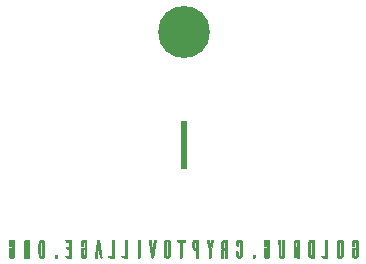
<source format=gbs>
G04 #@! TF.FileFunction,Soldermask,Bot*
%FSLAX46Y46*%
G04 Gerber Fmt 4.6, Leading zero omitted, Abs format (unit mm)*
G04 Created by KiCad (PCBNEW 4.0.5) date Saturday, July 08, 2017 'AMt' 10:08:50 AM*
%MOMM*%
%LPD*%
G01*
G04 APERTURE LIST*
%ADD10C,0.100000*%
%ADD11C,0.010000*%
%ADD12C,4.400000*%
G04 APERTURE END LIST*
D10*
D11*
G36*
X182980500Y-64658500D02*
X182599500Y-64658500D01*
X182599500Y-60721500D01*
X182980500Y-60721500D01*
X182980500Y-64658500D01*
X182980500Y-64658500D01*
G37*
X182980500Y-64658500D02*
X182599500Y-64658500D01*
X182599500Y-60721500D01*
X182980500Y-60721500D01*
X182980500Y-64658500D01*
G36*
X168275037Y-70747878D02*
X168315917Y-70752925D01*
X168347773Y-70762821D01*
X168374475Y-70778782D01*
X168399890Y-70802024D01*
X168400668Y-70802841D01*
X168409779Y-70812365D01*
X168417689Y-70821216D01*
X168424483Y-70830597D01*
X168430245Y-70841710D01*
X168435060Y-70855760D01*
X168439014Y-70873950D01*
X168442190Y-70897482D01*
X168444675Y-70927561D01*
X168446552Y-70965390D01*
X168447906Y-71012172D01*
X168448822Y-71069110D01*
X168449385Y-71137408D01*
X168449680Y-71218268D01*
X168449792Y-71312896D01*
X168449805Y-71422492D01*
X168449800Y-71500000D01*
X168449806Y-71619640D01*
X168449768Y-71723551D01*
X168449600Y-71812938D01*
X168449218Y-71889005D01*
X168448536Y-71952958D01*
X168447471Y-72006001D01*
X168445937Y-72049337D01*
X168443849Y-72084173D01*
X168441123Y-72111712D01*
X168437673Y-72133160D01*
X168433415Y-72149720D01*
X168428264Y-72162597D01*
X168422135Y-72172997D01*
X168414943Y-72182123D01*
X168406604Y-72191180D01*
X168400668Y-72197451D01*
X168374786Y-72220792D01*
X168345962Y-72236931D01*
X168310618Y-72246951D01*
X168265177Y-72251933D01*
X168216967Y-72253016D01*
X168162131Y-72251633D01*
X168122247Y-72247554D01*
X168095519Y-72240589D01*
X168094200Y-72240035D01*
X168050276Y-72212454D01*
X168013903Y-72172674D01*
X168000291Y-72150154D01*
X167996116Y-72141096D01*
X167992726Y-72130617D01*
X167990040Y-72116961D01*
X167987977Y-72098371D01*
X167986456Y-72073089D01*
X167985395Y-72039359D01*
X167984714Y-71995423D01*
X167984331Y-71939526D01*
X167984165Y-71869909D01*
X167984134Y-71800519D01*
X167984134Y-71482297D01*
X168004915Y-71461515D01*
X168014080Y-71453140D01*
X168023999Y-71447382D01*
X168037846Y-71443751D01*
X168058796Y-71441758D01*
X168090023Y-71440916D01*
X168134702Y-71440734D01*
X168139851Y-71440733D01*
X168254005Y-71440733D01*
X168228424Y-71497151D01*
X168208762Y-71538790D01*
X168193076Y-71567200D01*
X168179474Y-71585036D01*
X168166061Y-71594953D01*
X168156171Y-71598507D01*
X168135552Y-71603682D01*
X168138160Y-71835296D01*
X168140767Y-72066910D01*
X168163819Y-72089948D01*
X168192928Y-72109194D01*
X168224205Y-72113570D01*
X168253681Y-72103086D01*
X168268864Y-72089654D01*
X168288934Y-72066322D01*
X168288934Y-70933677D01*
X168269884Y-70912030D01*
X168248310Y-70895046D01*
X168224394Y-70885315D01*
X168204238Y-70884397D01*
X168186013Y-70892365D01*
X168169360Y-70905781D01*
X168140767Y-70931314D01*
X168138066Y-71117495D01*
X168135366Y-71303675D01*
X168078800Y-71278553D01*
X168048290Y-71264773D01*
X168025159Y-71252442D01*
X168008386Y-71239053D01*
X167996948Y-71222101D01*
X167989825Y-71199080D01*
X167985996Y-71167483D01*
X167984439Y-71124804D01*
X167984134Y-71068537D01*
X167984134Y-71046224D01*
X167984471Y-70982285D01*
X167985881Y-70932629D01*
X167988957Y-70894612D01*
X167994294Y-70865590D01*
X168002487Y-70842921D01*
X168014130Y-70823959D01*
X168029819Y-70806062D01*
X168040508Y-70795599D01*
X168065917Y-70775014D01*
X168093792Y-70760810D01*
X168127815Y-70751988D01*
X168171668Y-70747546D01*
X168221266Y-70746467D01*
X168275037Y-70747878D01*
X168275037Y-70747878D01*
G37*
X168275037Y-70747878D02*
X168315917Y-70752925D01*
X168347773Y-70762821D01*
X168374475Y-70778782D01*
X168399890Y-70802024D01*
X168400668Y-70802841D01*
X168409779Y-70812365D01*
X168417689Y-70821216D01*
X168424483Y-70830597D01*
X168430245Y-70841710D01*
X168435060Y-70855760D01*
X168439014Y-70873950D01*
X168442190Y-70897482D01*
X168444675Y-70927561D01*
X168446552Y-70965390D01*
X168447906Y-71012172D01*
X168448822Y-71069110D01*
X168449385Y-71137408D01*
X168449680Y-71218268D01*
X168449792Y-71312896D01*
X168449805Y-71422492D01*
X168449800Y-71500000D01*
X168449806Y-71619640D01*
X168449768Y-71723551D01*
X168449600Y-71812938D01*
X168449218Y-71889005D01*
X168448536Y-71952958D01*
X168447471Y-72006001D01*
X168445937Y-72049337D01*
X168443849Y-72084173D01*
X168441123Y-72111712D01*
X168437673Y-72133160D01*
X168433415Y-72149720D01*
X168428264Y-72162597D01*
X168422135Y-72172997D01*
X168414943Y-72182123D01*
X168406604Y-72191180D01*
X168400668Y-72197451D01*
X168374786Y-72220792D01*
X168345962Y-72236931D01*
X168310618Y-72246951D01*
X168265177Y-72251933D01*
X168216967Y-72253016D01*
X168162131Y-72251633D01*
X168122247Y-72247554D01*
X168095519Y-72240589D01*
X168094200Y-72240035D01*
X168050276Y-72212454D01*
X168013903Y-72172674D01*
X168000291Y-72150154D01*
X167996116Y-72141096D01*
X167992726Y-72130617D01*
X167990040Y-72116961D01*
X167987977Y-72098371D01*
X167986456Y-72073089D01*
X167985395Y-72039359D01*
X167984714Y-71995423D01*
X167984331Y-71939526D01*
X167984165Y-71869909D01*
X167984134Y-71800519D01*
X167984134Y-71482297D01*
X168004915Y-71461515D01*
X168014080Y-71453140D01*
X168023999Y-71447382D01*
X168037846Y-71443751D01*
X168058796Y-71441758D01*
X168090023Y-71440916D01*
X168134702Y-71440734D01*
X168139851Y-71440733D01*
X168254005Y-71440733D01*
X168228424Y-71497151D01*
X168208762Y-71538790D01*
X168193076Y-71567200D01*
X168179474Y-71585036D01*
X168166061Y-71594953D01*
X168156171Y-71598507D01*
X168135552Y-71603682D01*
X168138160Y-71835296D01*
X168140767Y-72066910D01*
X168163819Y-72089948D01*
X168192928Y-72109194D01*
X168224205Y-72113570D01*
X168253681Y-72103086D01*
X168268864Y-72089654D01*
X168288934Y-72066322D01*
X168288934Y-70933677D01*
X168269884Y-70912030D01*
X168248310Y-70895046D01*
X168224394Y-70885315D01*
X168204238Y-70884397D01*
X168186013Y-70892365D01*
X168169360Y-70905781D01*
X168140767Y-70931314D01*
X168138066Y-71117495D01*
X168135366Y-71303675D01*
X168078800Y-71278553D01*
X168048290Y-71264773D01*
X168025159Y-71252442D01*
X168008386Y-71239053D01*
X167996948Y-71222101D01*
X167989825Y-71199080D01*
X167985996Y-71167483D01*
X167984439Y-71124804D01*
X167984134Y-71068537D01*
X167984134Y-71046224D01*
X167984471Y-70982285D01*
X167985881Y-70932629D01*
X167988957Y-70894612D01*
X167994294Y-70865590D01*
X168002487Y-70842921D01*
X168014130Y-70823959D01*
X168029819Y-70806062D01*
X168040508Y-70795599D01*
X168065917Y-70775014D01*
X168093792Y-70760810D01*
X168127815Y-70751988D01*
X168171668Y-70747546D01*
X168221266Y-70746467D01*
X168275037Y-70747878D01*
G36*
X170773909Y-70746321D02*
X170820071Y-70749374D01*
X170858773Y-70754885D01*
X170884039Y-70762257D01*
X170921536Y-70786445D01*
X170954188Y-70820497D01*
X170976939Y-70858754D01*
X170981375Y-70871209D01*
X170983355Y-70885067D01*
X170985017Y-70912215D01*
X170986364Y-70953108D01*
X170987403Y-71008199D01*
X170988138Y-71077939D01*
X170988573Y-71162782D01*
X170988713Y-71263182D01*
X170988563Y-71379590D01*
X170988128Y-71512460D01*
X170988107Y-71517556D01*
X170985567Y-72132013D01*
X170962211Y-72167301D01*
X170939746Y-72194600D01*
X170912058Y-72219843D01*
X170903604Y-72225944D01*
X170888489Y-72235383D01*
X170874231Y-72241943D01*
X170857293Y-72246223D01*
X170834139Y-72248823D01*
X170801232Y-72250343D01*
X170755036Y-72251381D01*
X170753393Y-72251411D01*
X170701733Y-72251853D01*
X170663827Y-72250830D01*
X170636538Y-72248104D01*
X170616731Y-72243434D01*
X170608800Y-72240361D01*
X170564244Y-72211949D01*
X170527676Y-72171474D01*
X170514891Y-72150154D01*
X170511827Y-72143608D01*
X170509176Y-72135926D01*
X170506909Y-72125906D01*
X170504995Y-72112346D01*
X170503405Y-72094044D01*
X170502109Y-72069797D01*
X170501077Y-72038403D01*
X170500278Y-71998661D01*
X170499685Y-71949368D01*
X170499265Y-71889322D01*
X170498990Y-71817320D01*
X170498830Y-71732162D01*
X170498754Y-71632644D01*
X170498734Y-71517564D01*
X170498734Y-71500000D01*
X170498734Y-71499258D01*
X170659600Y-71499258D01*
X170659632Y-71611835D01*
X170659748Y-71708696D01*
X170659975Y-71791056D01*
X170660343Y-71860131D01*
X170660879Y-71917139D01*
X170661612Y-71963296D01*
X170662570Y-71999818D01*
X170663781Y-72027921D01*
X170665275Y-72048821D01*
X170667079Y-72063736D01*
X170669221Y-72073881D01*
X170671730Y-72080473D01*
X170673206Y-72082924D01*
X170699253Y-72106584D01*
X170732548Y-72116700D01*
X170769236Y-72112514D01*
X170786770Y-72105279D01*
X170806986Y-72091296D01*
X170820216Y-72076202D01*
X170822200Y-72063829D01*
X170823933Y-72034708D01*
X170825415Y-71989027D01*
X170826640Y-71926968D01*
X170827607Y-71848718D01*
X170828313Y-71754462D01*
X170828755Y-71644383D01*
X170828930Y-71518668D01*
X170828934Y-71498207D01*
X170828949Y-71384356D01*
X170828928Y-71286229D01*
X170828772Y-71202615D01*
X170828379Y-71132307D01*
X170827649Y-71074093D01*
X170826483Y-71026765D01*
X170824780Y-70989113D01*
X170822440Y-70959928D01*
X170819363Y-70937999D01*
X170815449Y-70922118D01*
X170810597Y-70911075D01*
X170804708Y-70903660D01*
X170797680Y-70898664D01*
X170789415Y-70894877D01*
X170779811Y-70891090D01*
X170778612Y-70890598D01*
X170744055Y-70883903D01*
X170709763Y-70889982D01*
X170681811Y-70907496D01*
X170676900Y-70913023D01*
X170673482Y-70917706D01*
X170670546Y-70923247D01*
X170668056Y-70930891D01*
X170665976Y-70941883D01*
X170664268Y-70957469D01*
X170662896Y-70978892D01*
X170661823Y-71007399D01*
X170661012Y-71044234D01*
X170660427Y-71090641D01*
X170660031Y-71147867D01*
X170659787Y-71217155D01*
X170659658Y-71299752D01*
X170659608Y-71396901D01*
X170659600Y-71499258D01*
X170498734Y-71499258D01*
X170498749Y-71382627D01*
X170498815Y-71280986D01*
X170498961Y-71193873D01*
X170499218Y-71120088D01*
X170499616Y-71058427D01*
X170500183Y-71007689D01*
X170500950Y-70966672D01*
X170501948Y-70934173D01*
X170503205Y-70908990D01*
X170504752Y-70889921D01*
X170506618Y-70875765D01*
X170508834Y-70865318D01*
X170511429Y-70857379D01*
X170514433Y-70850746D01*
X170514891Y-70849846D01*
X170546575Y-70804940D01*
X170588491Y-70770852D01*
X170610645Y-70759616D01*
X170638654Y-70752373D01*
X170678401Y-70747773D01*
X170725086Y-70745772D01*
X170773909Y-70746321D01*
X170773909Y-70746321D01*
G37*
X170773909Y-70746321D02*
X170820071Y-70749374D01*
X170858773Y-70754885D01*
X170884039Y-70762257D01*
X170921536Y-70786445D01*
X170954188Y-70820497D01*
X170976939Y-70858754D01*
X170981375Y-70871209D01*
X170983355Y-70885067D01*
X170985017Y-70912215D01*
X170986364Y-70953108D01*
X170987403Y-71008199D01*
X170988138Y-71077939D01*
X170988573Y-71162782D01*
X170988713Y-71263182D01*
X170988563Y-71379590D01*
X170988128Y-71512460D01*
X170988107Y-71517556D01*
X170985567Y-72132013D01*
X170962211Y-72167301D01*
X170939746Y-72194600D01*
X170912058Y-72219843D01*
X170903604Y-72225944D01*
X170888489Y-72235383D01*
X170874231Y-72241943D01*
X170857293Y-72246223D01*
X170834139Y-72248823D01*
X170801232Y-72250343D01*
X170755036Y-72251381D01*
X170753393Y-72251411D01*
X170701733Y-72251853D01*
X170663827Y-72250830D01*
X170636538Y-72248104D01*
X170616731Y-72243434D01*
X170608800Y-72240361D01*
X170564244Y-72211949D01*
X170527676Y-72171474D01*
X170514891Y-72150154D01*
X170511827Y-72143608D01*
X170509176Y-72135926D01*
X170506909Y-72125906D01*
X170504995Y-72112346D01*
X170503405Y-72094044D01*
X170502109Y-72069797D01*
X170501077Y-72038403D01*
X170500278Y-71998661D01*
X170499685Y-71949368D01*
X170499265Y-71889322D01*
X170498990Y-71817320D01*
X170498830Y-71732162D01*
X170498754Y-71632644D01*
X170498734Y-71517564D01*
X170498734Y-71500000D01*
X170498734Y-71499258D01*
X170659600Y-71499258D01*
X170659632Y-71611835D01*
X170659748Y-71708696D01*
X170659975Y-71791056D01*
X170660343Y-71860131D01*
X170660879Y-71917139D01*
X170661612Y-71963296D01*
X170662570Y-71999818D01*
X170663781Y-72027921D01*
X170665275Y-72048821D01*
X170667079Y-72063736D01*
X170669221Y-72073881D01*
X170671730Y-72080473D01*
X170673206Y-72082924D01*
X170699253Y-72106584D01*
X170732548Y-72116700D01*
X170769236Y-72112514D01*
X170786770Y-72105279D01*
X170806986Y-72091296D01*
X170820216Y-72076202D01*
X170822200Y-72063829D01*
X170823933Y-72034708D01*
X170825415Y-71989027D01*
X170826640Y-71926968D01*
X170827607Y-71848718D01*
X170828313Y-71754462D01*
X170828755Y-71644383D01*
X170828930Y-71518668D01*
X170828934Y-71498207D01*
X170828949Y-71384356D01*
X170828928Y-71286229D01*
X170828772Y-71202615D01*
X170828379Y-71132307D01*
X170827649Y-71074093D01*
X170826483Y-71026765D01*
X170824780Y-70989113D01*
X170822440Y-70959928D01*
X170819363Y-70937999D01*
X170815449Y-70922118D01*
X170810597Y-70911075D01*
X170804708Y-70903660D01*
X170797680Y-70898664D01*
X170789415Y-70894877D01*
X170779811Y-70891090D01*
X170778612Y-70890598D01*
X170744055Y-70883903D01*
X170709763Y-70889982D01*
X170681811Y-70907496D01*
X170676900Y-70913023D01*
X170673482Y-70917706D01*
X170670546Y-70923247D01*
X170668056Y-70930891D01*
X170665976Y-70941883D01*
X170664268Y-70957469D01*
X170662896Y-70978892D01*
X170661823Y-71007399D01*
X170661012Y-71044234D01*
X170660427Y-71090641D01*
X170660031Y-71147867D01*
X170659787Y-71217155D01*
X170659658Y-71299752D01*
X170659608Y-71396901D01*
X170659600Y-71499258D01*
X170498734Y-71499258D01*
X170498749Y-71382627D01*
X170498815Y-71280986D01*
X170498961Y-71193873D01*
X170499218Y-71120088D01*
X170499616Y-71058427D01*
X170500183Y-71007689D01*
X170500950Y-70966672D01*
X170501948Y-70934173D01*
X170503205Y-70908990D01*
X170504752Y-70889921D01*
X170506618Y-70875765D01*
X170508834Y-70865318D01*
X170511429Y-70857379D01*
X170514433Y-70850746D01*
X170514891Y-70849846D01*
X170546575Y-70804940D01*
X170588491Y-70770852D01*
X170610645Y-70759616D01*
X170638654Y-70752373D01*
X170678401Y-70747773D01*
X170725086Y-70745772D01*
X170773909Y-70746321D01*
G36*
X174479350Y-70777299D02*
X174509605Y-70805455D01*
X174534605Y-70839790D01*
X174537333Y-70844797D01*
X174558500Y-70885697D01*
X174560839Y-71482018D01*
X174561308Y-71602901D01*
X174561641Y-71708055D01*
X174561748Y-71798687D01*
X174561536Y-71876003D01*
X174560913Y-71941207D01*
X174559790Y-71995506D01*
X174558073Y-72040104D01*
X174555672Y-72076208D01*
X174552495Y-72105022D01*
X174548450Y-72127754D01*
X174543446Y-72145607D01*
X174537393Y-72159787D01*
X174530197Y-72171500D01*
X174521768Y-72181952D01*
X174512014Y-72192348D01*
X174506509Y-72198007D01*
X174482525Y-72219352D01*
X174457447Y-72236681D01*
X174447313Y-72241847D01*
X174425831Y-72246910D01*
X174392250Y-72250495D01*
X174351315Y-72252556D01*
X174307767Y-72253048D01*
X174266350Y-72251927D01*
X174231808Y-72249148D01*
X174208882Y-72244666D01*
X174207387Y-72244113D01*
X174163389Y-72217947D01*
X174126983Y-72179140D01*
X174108444Y-72147189D01*
X174088000Y-72102534D01*
X174090417Y-71787812D01*
X174092834Y-71473089D01*
X174112821Y-71456911D01*
X174123001Y-71450235D01*
X174136229Y-71445666D01*
X174155666Y-71442821D01*
X174184471Y-71441317D01*
X174225802Y-71440770D01*
X174246171Y-71440733D01*
X174287769Y-71440963D01*
X174322505Y-71441594D01*
X174347284Y-71442536D01*
X174359006Y-71443699D01*
X174359534Y-71444016D01*
X174356254Y-71452728D01*
X174347581Y-71472770D01*
X174335265Y-71500121D01*
X174332846Y-71505399D01*
X174309264Y-71551586D01*
X174287792Y-71583207D01*
X174269021Y-71599472D01*
X174260691Y-71601600D01*
X174256925Y-71609628D01*
X174253841Y-71631983D01*
X174251432Y-71666073D01*
X174249691Y-71709307D01*
X174248613Y-71759092D01*
X174248191Y-71812837D01*
X174248420Y-71867949D01*
X174249293Y-71921837D01*
X174250804Y-71971907D01*
X174252947Y-72015570D01*
X174255715Y-72050232D01*
X174259103Y-72073301D01*
X174261830Y-72081149D01*
X174286721Y-72103814D01*
X174317989Y-72114037D01*
X174349970Y-72110032D01*
X174351466Y-72109434D01*
X174361228Y-72105415D01*
X174369641Y-72101222D01*
X174376805Y-72095644D01*
X174382821Y-72087470D01*
X174387790Y-72075488D01*
X174391810Y-72058488D01*
X174394983Y-72035258D01*
X174397408Y-72004587D01*
X174399186Y-71965263D01*
X174400416Y-71916076D01*
X174401200Y-71855814D01*
X174401637Y-71783265D01*
X174401827Y-71697219D01*
X174401870Y-71596464D01*
X174401867Y-71500000D01*
X174401869Y-71386010D01*
X174401808Y-71287742D01*
X174401585Y-71203985D01*
X174401098Y-71133528D01*
X174400248Y-71075159D01*
X174398935Y-71027666D01*
X174397058Y-70989840D01*
X174394518Y-70960468D01*
X174391213Y-70938339D01*
X174387045Y-70922242D01*
X174381912Y-70910966D01*
X174375715Y-70903299D01*
X174368353Y-70898030D01*
X174359727Y-70893948D01*
X174351466Y-70890565D01*
X174327490Y-70884179D01*
X174304786Y-70888602D01*
X174300548Y-70890284D01*
X174286048Y-70896757D01*
X174274873Y-70904098D01*
X174266532Y-70914478D01*
X174260532Y-70930068D01*
X174256380Y-70953038D01*
X174253585Y-70985558D01*
X174251654Y-71029800D01*
X174250096Y-71087934D01*
X174249467Y-71115540D01*
X174245234Y-71304259D01*
X174177412Y-71272366D01*
X174138652Y-71252520D01*
X174113758Y-71235582D01*
X174100300Y-71219849D01*
X174099096Y-71217438D01*
X174094481Y-71198174D01*
X174091211Y-71163338D01*
X174089259Y-71112496D01*
X174088600Y-71045211D01*
X174088600Y-71043920D01*
X174088689Y-70989836D01*
X174089196Y-70949631D01*
X174090484Y-70920250D01*
X174092915Y-70898640D01*
X174096851Y-70881745D01*
X174102654Y-70866512D01*
X174110686Y-70849885D01*
X174111884Y-70847520D01*
X174143005Y-70801735D01*
X174171880Y-70776152D01*
X174186974Y-70766030D01*
X174200317Y-70759025D01*
X174215374Y-70754565D01*
X174235613Y-70752075D01*
X174264498Y-70750980D01*
X174305495Y-70750707D01*
X174325563Y-70750700D01*
X174442534Y-70750700D01*
X174479350Y-70777299D01*
X174479350Y-70777299D01*
G37*
X174479350Y-70777299D02*
X174509605Y-70805455D01*
X174534605Y-70839790D01*
X174537333Y-70844797D01*
X174558500Y-70885697D01*
X174560839Y-71482018D01*
X174561308Y-71602901D01*
X174561641Y-71708055D01*
X174561748Y-71798687D01*
X174561536Y-71876003D01*
X174560913Y-71941207D01*
X174559790Y-71995506D01*
X174558073Y-72040104D01*
X174555672Y-72076208D01*
X174552495Y-72105022D01*
X174548450Y-72127754D01*
X174543446Y-72145607D01*
X174537393Y-72159787D01*
X174530197Y-72171500D01*
X174521768Y-72181952D01*
X174512014Y-72192348D01*
X174506509Y-72198007D01*
X174482525Y-72219352D01*
X174457447Y-72236681D01*
X174447313Y-72241847D01*
X174425831Y-72246910D01*
X174392250Y-72250495D01*
X174351315Y-72252556D01*
X174307767Y-72253048D01*
X174266350Y-72251927D01*
X174231808Y-72249148D01*
X174208882Y-72244666D01*
X174207387Y-72244113D01*
X174163389Y-72217947D01*
X174126983Y-72179140D01*
X174108444Y-72147189D01*
X174088000Y-72102534D01*
X174090417Y-71787812D01*
X174092834Y-71473089D01*
X174112821Y-71456911D01*
X174123001Y-71450235D01*
X174136229Y-71445666D01*
X174155666Y-71442821D01*
X174184471Y-71441317D01*
X174225802Y-71440770D01*
X174246171Y-71440733D01*
X174287769Y-71440963D01*
X174322505Y-71441594D01*
X174347284Y-71442536D01*
X174359006Y-71443699D01*
X174359534Y-71444016D01*
X174356254Y-71452728D01*
X174347581Y-71472770D01*
X174335265Y-71500121D01*
X174332846Y-71505399D01*
X174309264Y-71551586D01*
X174287792Y-71583207D01*
X174269021Y-71599472D01*
X174260691Y-71601600D01*
X174256925Y-71609628D01*
X174253841Y-71631983D01*
X174251432Y-71666073D01*
X174249691Y-71709307D01*
X174248613Y-71759092D01*
X174248191Y-71812837D01*
X174248420Y-71867949D01*
X174249293Y-71921837D01*
X174250804Y-71971907D01*
X174252947Y-72015570D01*
X174255715Y-72050232D01*
X174259103Y-72073301D01*
X174261830Y-72081149D01*
X174286721Y-72103814D01*
X174317989Y-72114037D01*
X174349970Y-72110032D01*
X174351466Y-72109434D01*
X174361228Y-72105415D01*
X174369641Y-72101222D01*
X174376805Y-72095644D01*
X174382821Y-72087470D01*
X174387790Y-72075488D01*
X174391810Y-72058488D01*
X174394983Y-72035258D01*
X174397408Y-72004587D01*
X174399186Y-71965263D01*
X174400416Y-71916076D01*
X174401200Y-71855814D01*
X174401637Y-71783265D01*
X174401827Y-71697219D01*
X174401870Y-71596464D01*
X174401867Y-71500000D01*
X174401869Y-71386010D01*
X174401808Y-71287742D01*
X174401585Y-71203985D01*
X174401098Y-71133528D01*
X174400248Y-71075159D01*
X174398935Y-71027666D01*
X174397058Y-70989840D01*
X174394518Y-70960468D01*
X174391213Y-70938339D01*
X174387045Y-70922242D01*
X174381912Y-70910966D01*
X174375715Y-70903299D01*
X174368353Y-70898030D01*
X174359727Y-70893948D01*
X174351466Y-70890565D01*
X174327490Y-70884179D01*
X174304786Y-70888602D01*
X174300548Y-70890284D01*
X174286048Y-70896757D01*
X174274873Y-70904098D01*
X174266532Y-70914478D01*
X174260532Y-70930068D01*
X174256380Y-70953038D01*
X174253585Y-70985558D01*
X174251654Y-71029800D01*
X174250096Y-71087934D01*
X174249467Y-71115540D01*
X174245234Y-71304259D01*
X174177412Y-71272366D01*
X174138652Y-71252520D01*
X174113758Y-71235582D01*
X174100300Y-71219849D01*
X174099096Y-71217438D01*
X174094481Y-71198174D01*
X174091211Y-71163338D01*
X174089259Y-71112496D01*
X174088600Y-71045211D01*
X174088600Y-71043920D01*
X174088689Y-70989836D01*
X174089196Y-70949631D01*
X174090484Y-70920250D01*
X174092915Y-70898640D01*
X174096851Y-70881745D01*
X174102654Y-70866512D01*
X174110686Y-70849885D01*
X174111884Y-70847520D01*
X174143005Y-70801735D01*
X174171880Y-70776152D01*
X174186974Y-70766030D01*
X174200317Y-70759025D01*
X174215374Y-70754565D01*
X174235613Y-70752075D01*
X174264498Y-70750980D01*
X174305495Y-70750707D01*
X174325563Y-70750700D01*
X174442534Y-70750700D01*
X174479350Y-70777299D01*
G36*
X181379696Y-70747795D02*
X181387061Y-70747959D01*
X181433905Y-70749194D01*
X181467309Y-70750762D01*
X181490767Y-70753302D01*
X181507769Y-70757457D01*
X181521808Y-70763867D01*
X181536376Y-70773172D01*
X181540691Y-70776152D01*
X181578162Y-70812001D01*
X181600650Y-70847520D01*
X181623933Y-70893436D01*
X181623933Y-72107666D01*
X181600283Y-72152938D01*
X181572498Y-72193855D01*
X181540324Y-72223755D01*
X181525444Y-72233832D01*
X181512034Y-72240898D01*
X181496686Y-72245564D01*
X181475995Y-72248435D01*
X181446554Y-72250122D01*
X181404957Y-72251230D01*
X181384058Y-72251650D01*
X181336394Y-72252441D01*
X181302183Y-72252349D01*
X181277951Y-72250943D01*
X181260224Y-72247789D01*
X181245527Y-72242455D01*
X181230386Y-72234511D01*
X181226000Y-72231995D01*
X181184808Y-72202708D01*
X181156620Y-72168236D01*
X181137510Y-72123754D01*
X181137240Y-72122880D01*
X181134680Y-72112565D01*
X181132474Y-72098667D01*
X181130598Y-72079969D01*
X181129026Y-72055251D01*
X181127734Y-72023296D01*
X181126696Y-71982885D01*
X181125887Y-71932798D01*
X181125282Y-71871819D01*
X181124856Y-71798727D01*
X181124584Y-71712305D01*
X181124440Y-71611334D01*
X181124400Y-71500000D01*
X181124413Y-71380812D01*
X181124515Y-71277339D01*
X181124795Y-71188363D01*
X181125348Y-71112666D01*
X181126264Y-71049028D01*
X181127635Y-70996233D01*
X181129553Y-70953061D01*
X181131150Y-70931344D01*
X181289500Y-70931344D01*
X181289500Y-71498416D01*
X181289512Y-71610242D01*
X181289570Y-71706369D01*
X181289711Y-71788032D01*
X181289970Y-71856466D01*
X181290382Y-71912906D01*
X181290985Y-71958585D01*
X181291812Y-71994740D01*
X181292901Y-72022604D01*
X181294286Y-72043413D01*
X181296003Y-72058400D01*
X181298088Y-72068801D01*
X181300577Y-72075851D01*
X181303505Y-72080784D01*
X181306433Y-72084310D01*
X181338277Y-72108690D01*
X181374318Y-72117255D01*
X181412034Y-72109521D01*
X181419506Y-72106001D01*
X181440065Y-72089803D01*
X181452952Y-72071736D01*
X181455139Y-72062202D01*
X181457023Y-72043300D01*
X181458620Y-72014153D01*
X181459945Y-71973883D01*
X181461013Y-71921610D01*
X181461841Y-71856458D01*
X181462443Y-71777546D01*
X181462836Y-71683997D01*
X181463034Y-71574933D01*
X181463067Y-71500000D01*
X181462980Y-71380987D01*
X181462708Y-71278028D01*
X181462236Y-71190245D01*
X181461548Y-71116759D01*
X181460629Y-71056692D01*
X181459463Y-71009166D01*
X181458035Y-70973302D01*
X181456329Y-70948222D01*
X181454330Y-70933047D01*
X181452952Y-70928263D01*
X181432494Y-70901598D01*
X181403349Y-70886429D01*
X181369869Y-70883448D01*
X181336405Y-70893349D01*
X181317150Y-70906639D01*
X181289500Y-70931344D01*
X181131150Y-70931344D01*
X181132110Y-70918295D01*
X181135397Y-70890716D01*
X181139508Y-70869105D01*
X181144532Y-70852245D01*
X181150563Y-70838918D01*
X181157693Y-70827904D01*
X181166012Y-70817986D01*
X181175613Y-70807946D01*
X181176654Y-70806881D01*
X181201269Y-70783678D01*
X181224935Y-70767117D01*
X181251131Y-70756222D01*
X181283338Y-70750020D01*
X181325033Y-70747536D01*
X181379696Y-70747795D01*
X181379696Y-70747795D01*
G37*
X181379696Y-70747795D02*
X181387061Y-70747959D01*
X181433905Y-70749194D01*
X181467309Y-70750762D01*
X181490767Y-70753302D01*
X181507769Y-70757457D01*
X181521808Y-70763867D01*
X181536376Y-70773172D01*
X181540691Y-70776152D01*
X181578162Y-70812001D01*
X181600650Y-70847520D01*
X181623933Y-70893436D01*
X181623933Y-72107666D01*
X181600283Y-72152938D01*
X181572498Y-72193855D01*
X181540324Y-72223755D01*
X181525444Y-72233832D01*
X181512034Y-72240898D01*
X181496686Y-72245564D01*
X181475995Y-72248435D01*
X181446554Y-72250122D01*
X181404957Y-72251230D01*
X181384058Y-72251650D01*
X181336394Y-72252441D01*
X181302183Y-72252349D01*
X181277951Y-72250943D01*
X181260224Y-72247789D01*
X181245527Y-72242455D01*
X181230386Y-72234511D01*
X181226000Y-72231995D01*
X181184808Y-72202708D01*
X181156620Y-72168236D01*
X181137510Y-72123754D01*
X181137240Y-72122880D01*
X181134680Y-72112565D01*
X181132474Y-72098667D01*
X181130598Y-72079969D01*
X181129026Y-72055251D01*
X181127734Y-72023296D01*
X181126696Y-71982885D01*
X181125887Y-71932798D01*
X181125282Y-71871819D01*
X181124856Y-71798727D01*
X181124584Y-71712305D01*
X181124440Y-71611334D01*
X181124400Y-71500000D01*
X181124413Y-71380812D01*
X181124515Y-71277339D01*
X181124795Y-71188363D01*
X181125348Y-71112666D01*
X181126264Y-71049028D01*
X181127635Y-70996233D01*
X181129553Y-70953061D01*
X181131150Y-70931344D01*
X181289500Y-70931344D01*
X181289500Y-71498416D01*
X181289512Y-71610242D01*
X181289570Y-71706369D01*
X181289711Y-71788032D01*
X181289970Y-71856466D01*
X181290382Y-71912906D01*
X181290985Y-71958585D01*
X181291812Y-71994740D01*
X181292901Y-72022604D01*
X181294286Y-72043413D01*
X181296003Y-72058400D01*
X181298088Y-72068801D01*
X181300577Y-72075851D01*
X181303505Y-72080784D01*
X181306433Y-72084310D01*
X181338277Y-72108690D01*
X181374318Y-72117255D01*
X181412034Y-72109521D01*
X181419506Y-72106001D01*
X181440065Y-72089803D01*
X181452952Y-72071736D01*
X181455139Y-72062202D01*
X181457023Y-72043300D01*
X181458620Y-72014153D01*
X181459945Y-71973883D01*
X181461013Y-71921610D01*
X181461841Y-71856458D01*
X181462443Y-71777546D01*
X181462836Y-71683997D01*
X181463034Y-71574933D01*
X181463067Y-71500000D01*
X181462980Y-71380987D01*
X181462708Y-71278028D01*
X181462236Y-71190245D01*
X181461548Y-71116759D01*
X181460629Y-71056692D01*
X181459463Y-71009166D01*
X181458035Y-70973302D01*
X181456329Y-70948222D01*
X181454330Y-70933047D01*
X181452952Y-70928263D01*
X181432494Y-70901598D01*
X181403349Y-70886429D01*
X181369869Y-70883448D01*
X181336405Y-70893349D01*
X181317150Y-70906639D01*
X181289500Y-70931344D01*
X181131150Y-70931344D01*
X181132110Y-70918295D01*
X181135397Y-70890716D01*
X181139508Y-70869105D01*
X181144532Y-70852245D01*
X181150563Y-70838918D01*
X181157693Y-70827904D01*
X181166012Y-70817986D01*
X181175613Y-70807946D01*
X181176654Y-70806881D01*
X181201269Y-70783678D01*
X181224935Y-70767117D01*
X181251131Y-70756222D01*
X181283338Y-70750020D01*
X181325033Y-70747536D01*
X181379696Y-70747795D01*
G36*
X187529995Y-70747374D02*
X187568375Y-70750841D01*
X187597828Y-70757986D01*
X187622326Y-70769928D01*
X187645843Y-70787785D01*
X187655092Y-70796116D01*
X187675445Y-70819271D01*
X187693521Y-70846499D01*
X187695309Y-70849846D01*
X187698373Y-70856392D01*
X187701024Y-70864073D01*
X187703292Y-70874093D01*
X187705205Y-70887653D01*
X187706795Y-70905956D01*
X187708092Y-70930203D01*
X187709124Y-70961596D01*
X187709922Y-71001339D01*
X187710516Y-71050632D01*
X187710935Y-71110678D01*
X187711210Y-71182679D01*
X187711370Y-71267838D01*
X187711446Y-71367356D01*
X187711467Y-71482436D01*
X187711467Y-71500000D01*
X187711451Y-71617372D01*
X187711385Y-71719014D01*
X187711239Y-71806126D01*
X187710982Y-71879912D01*
X187710585Y-71941572D01*
X187710017Y-71992310D01*
X187709250Y-72033328D01*
X187708253Y-72065827D01*
X187706995Y-72091010D01*
X187705449Y-72110078D01*
X187703582Y-72124235D01*
X187701367Y-72134681D01*
X187698772Y-72142620D01*
X187695768Y-72149254D01*
X187695309Y-72150154D01*
X187663888Y-72194325D01*
X187621185Y-72230026D01*
X187603937Y-72239867D01*
X187578221Y-72247576D01*
X187540695Y-72252386D01*
X187496228Y-72254342D01*
X187449684Y-72253491D01*
X187405932Y-72249877D01*
X187369837Y-72243549D01*
X187351634Y-72237482D01*
X187323927Y-72221286D01*
X187298806Y-72201343D01*
X187294933Y-72197451D01*
X187280415Y-72180938D01*
X187269064Y-72164492D01*
X187260494Y-72145824D01*
X187254318Y-72122650D01*
X187250150Y-72092682D01*
X187247604Y-72053634D01*
X187246294Y-72003220D01*
X187245833Y-71939153D01*
X187245800Y-71906558D01*
X187245800Y-71702973D01*
X187273317Y-71714606D01*
X187325062Y-71737678D01*
X187361003Y-71756506D01*
X187381655Y-71771377D01*
X187386648Y-71777901D01*
X187389195Y-71790893D01*
X187391888Y-71817601D01*
X187394487Y-71854811D01*
X187396754Y-71899310D01*
X187397900Y-71929513D01*
X187399672Y-71980660D01*
X187401411Y-72017723D01*
X187403605Y-72043541D01*
X187406743Y-72060954D01*
X187411313Y-72072804D01*
X187417804Y-72081929D01*
X187425486Y-72089956D01*
X187455279Y-72109412D01*
X187487541Y-72112989D01*
X187518863Y-72100687D01*
X187531781Y-72089934D01*
X187554834Y-72066882D01*
X187554834Y-70933118D01*
X187531781Y-70910066D01*
X187501999Y-70890597D01*
X187469740Y-70887007D01*
X187438411Y-70899296D01*
X187425486Y-70910045D01*
X187402434Y-70933077D01*
X187398200Y-71114282D01*
X187393967Y-71295487D01*
X187333841Y-71267621D01*
X187304890Y-71253905D01*
X187283103Y-71241514D01*
X187267461Y-71227871D01*
X187256947Y-71210399D01*
X187250542Y-71186523D01*
X187247228Y-71153665D01*
X187245987Y-71109250D01*
X187245800Y-71050701D01*
X187245800Y-71044877D01*
X187246222Y-70981401D01*
X187247854Y-70932142D01*
X187251245Y-70894397D01*
X187256943Y-70865463D01*
X187265497Y-70842638D01*
X187277456Y-70823217D01*
X187293368Y-70804499D01*
X187294933Y-70802841D01*
X187319621Y-70779893D01*
X187345263Y-70763939D01*
X187375613Y-70753826D01*
X187414426Y-70748404D01*
X187465455Y-70746520D01*
X187478717Y-70746467D01*
X187529995Y-70747374D01*
X187529995Y-70747374D01*
G37*
X187529995Y-70747374D02*
X187568375Y-70750841D01*
X187597828Y-70757986D01*
X187622326Y-70769928D01*
X187645843Y-70787785D01*
X187655092Y-70796116D01*
X187675445Y-70819271D01*
X187693521Y-70846499D01*
X187695309Y-70849846D01*
X187698373Y-70856392D01*
X187701024Y-70864073D01*
X187703292Y-70874093D01*
X187705205Y-70887653D01*
X187706795Y-70905956D01*
X187708092Y-70930203D01*
X187709124Y-70961596D01*
X187709922Y-71001339D01*
X187710516Y-71050632D01*
X187710935Y-71110678D01*
X187711210Y-71182679D01*
X187711370Y-71267838D01*
X187711446Y-71367356D01*
X187711467Y-71482436D01*
X187711467Y-71500000D01*
X187711451Y-71617372D01*
X187711385Y-71719014D01*
X187711239Y-71806126D01*
X187710982Y-71879912D01*
X187710585Y-71941572D01*
X187710017Y-71992310D01*
X187709250Y-72033328D01*
X187708253Y-72065827D01*
X187706995Y-72091010D01*
X187705449Y-72110078D01*
X187703582Y-72124235D01*
X187701367Y-72134681D01*
X187698772Y-72142620D01*
X187695768Y-72149254D01*
X187695309Y-72150154D01*
X187663888Y-72194325D01*
X187621185Y-72230026D01*
X187603937Y-72239867D01*
X187578221Y-72247576D01*
X187540695Y-72252386D01*
X187496228Y-72254342D01*
X187449684Y-72253491D01*
X187405932Y-72249877D01*
X187369837Y-72243549D01*
X187351634Y-72237482D01*
X187323927Y-72221286D01*
X187298806Y-72201343D01*
X187294933Y-72197451D01*
X187280415Y-72180938D01*
X187269064Y-72164492D01*
X187260494Y-72145824D01*
X187254318Y-72122650D01*
X187250150Y-72092682D01*
X187247604Y-72053634D01*
X187246294Y-72003220D01*
X187245833Y-71939153D01*
X187245800Y-71906558D01*
X187245800Y-71702973D01*
X187273317Y-71714606D01*
X187325062Y-71737678D01*
X187361003Y-71756506D01*
X187381655Y-71771377D01*
X187386648Y-71777901D01*
X187389195Y-71790893D01*
X187391888Y-71817601D01*
X187394487Y-71854811D01*
X187396754Y-71899310D01*
X187397900Y-71929513D01*
X187399672Y-71980660D01*
X187401411Y-72017723D01*
X187403605Y-72043541D01*
X187406743Y-72060954D01*
X187411313Y-72072804D01*
X187417804Y-72081929D01*
X187425486Y-72089956D01*
X187455279Y-72109412D01*
X187487541Y-72112989D01*
X187518863Y-72100687D01*
X187531781Y-72089934D01*
X187554834Y-72066882D01*
X187554834Y-70933118D01*
X187531781Y-70910066D01*
X187501999Y-70890597D01*
X187469740Y-70887007D01*
X187438411Y-70899296D01*
X187425486Y-70910045D01*
X187402434Y-70933077D01*
X187398200Y-71114282D01*
X187393967Y-71295487D01*
X187333841Y-71267621D01*
X187304890Y-71253905D01*
X187283103Y-71241514D01*
X187267461Y-71227871D01*
X187256947Y-71210399D01*
X187250542Y-71186523D01*
X187247228Y-71153665D01*
X187245987Y-71109250D01*
X187245800Y-71050701D01*
X187245800Y-71044877D01*
X187246222Y-70981401D01*
X187247854Y-70932142D01*
X187251245Y-70894397D01*
X187256943Y-70865463D01*
X187265497Y-70842638D01*
X187277456Y-70823217D01*
X187293368Y-70804499D01*
X187294933Y-70802841D01*
X187319621Y-70779893D01*
X187345263Y-70763939D01*
X187375613Y-70753826D01*
X187414426Y-70748404D01*
X187465455Y-70746520D01*
X187478717Y-70746467D01*
X187529995Y-70747374D01*
G36*
X189855042Y-70747615D02*
X189895164Y-70751885D01*
X189926298Y-70760508D01*
X189952361Y-70774717D01*
X189977273Y-70795748D01*
X189985832Y-70804315D01*
X189995882Y-70814791D01*
X190004599Y-70824901D01*
X190012080Y-70835865D01*
X190018417Y-70848905D01*
X190023707Y-70865240D01*
X190028044Y-70886092D01*
X190031522Y-70912682D01*
X190034236Y-70946230D01*
X190036280Y-70987957D01*
X190037751Y-71039084D01*
X190038741Y-71100832D01*
X190039347Y-71174421D01*
X190039662Y-71261072D01*
X190039782Y-71362007D01*
X190039800Y-71478445D01*
X190039800Y-71500000D01*
X190039789Y-71619212D01*
X190039694Y-71722711D01*
X190039419Y-71811719D01*
X190038870Y-71887455D01*
X190037952Y-71951141D01*
X190036570Y-72003998D01*
X190034630Y-72047247D01*
X190032037Y-72082107D01*
X190028697Y-72109800D01*
X190024514Y-72131547D01*
X190019394Y-72148569D01*
X190013242Y-72162085D01*
X190005964Y-72173318D01*
X189997464Y-72183487D01*
X189987649Y-72193814D01*
X189985832Y-72195685D01*
X189960532Y-72219151D01*
X189935380Y-72235432D01*
X189906474Y-72245751D01*
X189869911Y-72251334D01*
X189821788Y-72253405D01*
X189801454Y-72253526D01*
X189756543Y-72253023D01*
X189724295Y-72251137D01*
X189700462Y-72247291D01*
X189680792Y-72240912D01*
X189669193Y-72235614D01*
X189627430Y-72206772D01*
X189594376Y-72167782D01*
X189575331Y-72127191D01*
X189572250Y-72107687D01*
X189569762Y-72071668D01*
X189567864Y-72019047D01*
X189566553Y-71949738D01*
X189565828Y-71863657D01*
X189565667Y-71788616D01*
X189565667Y-71482297D01*
X189586449Y-71461515D01*
X189595591Y-71453157D01*
X189605483Y-71447404D01*
X189619289Y-71443771D01*
X189640173Y-71441771D01*
X189671299Y-71440921D01*
X189715833Y-71440734D01*
X189721915Y-71440733D01*
X189763739Y-71441173D01*
X189798691Y-71442380D01*
X189823700Y-71444183D01*
X189835699Y-71446412D01*
X189836310Y-71447083D01*
X189831512Y-71462448D01*
X189819677Y-71486876D01*
X189803351Y-71516156D01*
X189785077Y-71546076D01*
X189767400Y-71572424D01*
X189752865Y-71590988D01*
X189745584Y-71597258D01*
X189726534Y-71605615D01*
X189726534Y-71832764D01*
X189726864Y-71904746D01*
X189727823Y-71966072D01*
X189729360Y-72015334D01*
X189731424Y-72051122D01*
X189733965Y-72072025D01*
X189735251Y-72076202D01*
X189750928Y-72093150D01*
X189775211Y-72108415D01*
X189800042Y-72117318D01*
X189807393Y-72118067D01*
X189821341Y-72112409D01*
X189840677Y-72098079D01*
X189850147Y-72089280D01*
X189878934Y-72060493D01*
X189878934Y-70939506D01*
X189849124Y-70909697D01*
X189829148Y-70891649D01*
X189813505Y-70884173D01*
X189795959Y-70884612D01*
X189792003Y-70885349D01*
X189766989Y-70894563D01*
X189747730Y-70907755D01*
X189742186Y-70914369D01*
X189737903Y-70923226D01*
X189734651Y-70936576D01*
X189732198Y-70956668D01*
X189730313Y-70985755D01*
X189728767Y-71026086D01*
X189727327Y-71079911D01*
X189726534Y-71114478D01*
X189722300Y-71304259D01*
X189654479Y-71272366D01*
X189615719Y-71252520D01*
X189590824Y-71235582D01*
X189577367Y-71219849D01*
X189576162Y-71217438D01*
X189572167Y-71199792D01*
X189569101Y-71168791D01*
X189566973Y-71127990D01*
X189565793Y-71080940D01*
X189565569Y-71031197D01*
X189566309Y-70982314D01*
X189568022Y-70937845D01*
X189570716Y-70901342D01*
X189574400Y-70876361D01*
X189575331Y-70872809D01*
X189596591Y-70828851D01*
X189630440Y-70790565D01*
X189669930Y-70764160D01*
X189689624Y-70756010D01*
X189711134Y-70750749D01*
X189738749Y-70747803D01*
X189776759Y-70746597D01*
X189802010Y-70746467D01*
X189855042Y-70747615D01*
X189855042Y-70747615D01*
G37*
X189855042Y-70747615D02*
X189895164Y-70751885D01*
X189926298Y-70760508D01*
X189952361Y-70774717D01*
X189977273Y-70795748D01*
X189985832Y-70804315D01*
X189995882Y-70814791D01*
X190004599Y-70824901D01*
X190012080Y-70835865D01*
X190018417Y-70848905D01*
X190023707Y-70865240D01*
X190028044Y-70886092D01*
X190031522Y-70912682D01*
X190034236Y-70946230D01*
X190036280Y-70987957D01*
X190037751Y-71039084D01*
X190038741Y-71100832D01*
X190039347Y-71174421D01*
X190039662Y-71261072D01*
X190039782Y-71362007D01*
X190039800Y-71478445D01*
X190039800Y-71500000D01*
X190039789Y-71619212D01*
X190039694Y-71722711D01*
X190039419Y-71811719D01*
X190038870Y-71887455D01*
X190037952Y-71951141D01*
X190036570Y-72003998D01*
X190034630Y-72047247D01*
X190032037Y-72082107D01*
X190028697Y-72109800D01*
X190024514Y-72131547D01*
X190019394Y-72148569D01*
X190013242Y-72162085D01*
X190005964Y-72173318D01*
X189997464Y-72183487D01*
X189987649Y-72193814D01*
X189985832Y-72195685D01*
X189960532Y-72219151D01*
X189935380Y-72235432D01*
X189906474Y-72245751D01*
X189869911Y-72251334D01*
X189821788Y-72253405D01*
X189801454Y-72253526D01*
X189756543Y-72253023D01*
X189724295Y-72251137D01*
X189700462Y-72247291D01*
X189680792Y-72240912D01*
X189669193Y-72235614D01*
X189627430Y-72206772D01*
X189594376Y-72167782D01*
X189575331Y-72127191D01*
X189572250Y-72107687D01*
X189569762Y-72071668D01*
X189567864Y-72019047D01*
X189566553Y-71949738D01*
X189565828Y-71863657D01*
X189565667Y-71788616D01*
X189565667Y-71482297D01*
X189586449Y-71461515D01*
X189595591Y-71453157D01*
X189605483Y-71447404D01*
X189619289Y-71443771D01*
X189640173Y-71441771D01*
X189671299Y-71440921D01*
X189715833Y-71440734D01*
X189721915Y-71440733D01*
X189763739Y-71441173D01*
X189798691Y-71442380D01*
X189823700Y-71444183D01*
X189835699Y-71446412D01*
X189836310Y-71447083D01*
X189831512Y-71462448D01*
X189819677Y-71486876D01*
X189803351Y-71516156D01*
X189785077Y-71546076D01*
X189767400Y-71572424D01*
X189752865Y-71590988D01*
X189745584Y-71597258D01*
X189726534Y-71605615D01*
X189726534Y-71832764D01*
X189726864Y-71904746D01*
X189727823Y-71966072D01*
X189729360Y-72015334D01*
X189731424Y-72051122D01*
X189733965Y-72072025D01*
X189735251Y-72076202D01*
X189750928Y-72093150D01*
X189775211Y-72108415D01*
X189800042Y-72117318D01*
X189807393Y-72118067D01*
X189821341Y-72112409D01*
X189840677Y-72098079D01*
X189850147Y-72089280D01*
X189878934Y-72060493D01*
X189878934Y-70939506D01*
X189849124Y-70909697D01*
X189829148Y-70891649D01*
X189813505Y-70884173D01*
X189795959Y-70884612D01*
X189792003Y-70885349D01*
X189766989Y-70894563D01*
X189747730Y-70907755D01*
X189742186Y-70914369D01*
X189737903Y-70923226D01*
X189734651Y-70936576D01*
X189732198Y-70956668D01*
X189730313Y-70985755D01*
X189728767Y-71026086D01*
X189727327Y-71079911D01*
X189726534Y-71114478D01*
X189722300Y-71304259D01*
X189654479Y-71272366D01*
X189615719Y-71252520D01*
X189590824Y-71235582D01*
X189577367Y-71219849D01*
X189576162Y-71217438D01*
X189572167Y-71199792D01*
X189569101Y-71168791D01*
X189566973Y-71127990D01*
X189565793Y-71080940D01*
X189565569Y-71031197D01*
X189566309Y-70982314D01*
X189568022Y-70937845D01*
X189570716Y-70901342D01*
X189574400Y-70876361D01*
X189575331Y-70872809D01*
X189596591Y-70828851D01*
X189630440Y-70790565D01*
X189669930Y-70764160D01*
X189689624Y-70756010D01*
X189711134Y-70750749D01*
X189738749Y-70747803D01*
X189776759Y-70746597D01*
X189802010Y-70746467D01*
X189855042Y-70747615D01*
G36*
X191276052Y-70754067D02*
X191285375Y-70758110D01*
X191293083Y-70766030D01*
X191299335Y-70778915D01*
X191304289Y-70797851D01*
X191308103Y-70823927D01*
X191310937Y-70858228D01*
X191312950Y-70901842D01*
X191314299Y-70955857D01*
X191315144Y-71021358D01*
X191315643Y-71099433D01*
X191315955Y-71191170D01*
X191316239Y-71297655D01*
X191316653Y-71419975D01*
X191316657Y-71420999D01*
X191317116Y-71560442D01*
X191317280Y-71683288D01*
X191317147Y-71789869D01*
X191316714Y-71880518D01*
X191315977Y-71955569D01*
X191314934Y-72015355D01*
X191313580Y-72060208D01*
X191311913Y-72090462D01*
X191310066Y-72105846D01*
X191291233Y-72154817D01*
X191258659Y-72197211D01*
X191215312Y-72229202D01*
X191213731Y-72230037D01*
X191192252Y-72239315D01*
X191167596Y-72245296D01*
X191135068Y-72248781D01*
X191093900Y-72250477D01*
X191053165Y-72250637D01*
X191014662Y-72249320D01*
X190984257Y-72246785D01*
X190973897Y-72245137D01*
X190922085Y-72228522D01*
X190881737Y-72201594D01*
X190849281Y-72161667D01*
X190838774Y-72143467D01*
X190835900Y-72137416D01*
X190833389Y-72129996D01*
X190831211Y-72120069D01*
X190829337Y-72106497D01*
X190827738Y-72088142D01*
X190826385Y-72063866D01*
X190825249Y-72032532D01*
X190824300Y-71993002D01*
X190823509Y-71944138D01*
X190822848Y-71884803D01*
X190822287Y-71813858D01*
X190821797Y-71730165D01*
X190821348Y-71632587D01*
X190820912Y-71519987D01*
X190820609Y-71434383D01*
X190818250Y-70754933D01*
X190979294Y-70754933D01*
X190983834Y-72066887D01*
X191006604Y-72089654D01*
X191036269Y-72108330D01*
X191071102Y-72113917D01*
X191105527Y-72106415D01*
X191130397Y-72089654D01*
X191153167Y-72066887D01*
X191155436Y-71410910D01*
X191157706Y-70754933D01*
X191219435Y-70754933D01*
X191236805Y-70754336D01*
X191251926Y-70753267D01*
X191264955Y-70752816D01*
X191276052Y-70754067D01*
X191276052Y-70754067D01*
G37*
X191276052Y-70754067D02*
X191285375Y-70758110D01*
X191293083Y-70766030D01*
X191299335Y-70778915D01*
X191304289Y-70797851D01*
X191308103Y-70823927D01*
X191310937Y-70858228D01*
X191312950Y-70901842D01*
X191314299Y-70955857D01*
X191315144Y-71021358D01*
X191315643Y-71099433D01*
X191315955Y-71191170D01*
X191316239Y-71297655D01*
X191316653Y-71419975D01*
X191316657Y-71420999D01*
X191317116Y-71560442D01*
X191317280Y-71683288D01*
X191317147Y-71789869D01*
X191316714Y-71880518D01*
X191315977Y-71955569D01*
X191314934Y-72015355D01*
X191313580Y-72060208D01*
X191311913Y-72090462D01*
X191310066Y-72105846D01*
X191291233Y-72154817D01*
X191258659Y-72197211D01*
X191215312Y-72229202D01*
X191213731Y-72230037D01*
X191192252Y-72239315D01*
X191167596Y-72245296D01*
X191135068Y-72248781D01*
X191093900Y-72250477D01*
X191053165Y-72250637D01*
X191014662Y-72249320D01*
X190984257Y-72246785D01*
X190973897Y-72245137D01*
X190922085Y-72228522D01*
X190881737Y-72201594D01*
X190849281Y-72161667D01*
X190838774Y-72143467D01*
X190835900Y-72137416D01*
X190833389Y-72129996D01*
X190831211Y-72120069D01*
X190829337Y-72106497D01*
X190827738Y-72088142D01*
X190826385Y-72063866D01*
X190825249Y-72032532D01*
X190824300Y-71993002D01*
X190823509Y-71944138D01*
X190822848Y-71884803D01*
X190822287Y-71813858D01*
X190821797Y-71730165D01*
X190821348Y-71632587D01*
X190820912Y-71519987D01*
X190820609Y-71434383D01*
X190818250Y-70754933D01*
X190979294Y-70754933D01*
X190983834Y-72066887D01*
X191006604Y-72089654D01*
X191036269Y-72108330D01*
X191071102Y-72113917D01*
X191105527Y-72106415D01*
X191130397Y-72089654D01*
X191153167Y-72066887D01*
X191155436Y-71410910D01*
X191157706Y-70754933D01*
X191219435Y-70754933D01*
X191236805Y-70754336D01*
X191251926Y-70753267D01*
X191264955Y-70752816D01*
X191276052Y-70754067D01*
G36*
X196187880Y-70778047D02*
X196227129Y-70814557D01*
X196247146Y-70845781D01*
X196267033Y-70886167D01*
X196269692Y-71474600D01*
X196270172Y-71606745D01*
X196270337Y-71722414D01*
X196270184Y-71822060D01*
X196269708Y-71906137D01*
X196268904Y-71975099D01*
X196267766Y-72029399D01*
X196266290Y-72069492D01*
X196264472Y-72095832D01*
X196262982Y-72106380D01*
X196245376Y-72152076D01*
X196215043Y-72194324D01*
X196176094Y-72227883D01*
X196160628Y-72236892D01*
X196143924Y-72244079D01*
X196124739Y-72248902D01*
X196099395Y-72251794D01*
X196064212Y-72253190D01*
X196019721Y-72253526D01*
X195972652Y-72253159D01*
X195938674Y-72251744D01*
X195913954Y-72248804D01*
X195894658Y-72243863D01*
X195876954Y-72236443D01*
X195875058Y-72235514D01*
X195847769Y-72218304D01*
X195823750Y-72197161D01*
X195818170Y-72190615D01*
X195809481Y-72179323D01*
X195801949Y-72168998D01*
X195795490Y-72158408D01*
X195790022Y-72146322D01*
X195785464Y-72131508D01*
X195781731Y-72112736D01*
X195778743Y-72088772D01*
X195776417Y-72058386D01*
X195774669Y-72020347D01*
X195773419Y-71973423D01*
X195772582Y-71916382D01*
X195772077Y-71847994D01*
X195771822Y-71767026D01*
X195771734Y-71672247D01*
X195771730Y-71562425D01*
X195771731Y-71530332D01*
X195931580Y-71530332D01*
X195931779Y-71616367D01*
X195932260Y-71700037D01*
X195933023Y-71779589D01*
X195934069Y-71853274D01*
X195935399Y-71919339D01*
X195937013Y-71976035D01*
X195938912Y-72021611D01*
X195941097Y-72054315D01*
X195943568Y-72072397D01*
X195944415Y-72074801D01*
X195967098Y-72099987D01*
X195997851Y-72113440D01*
X196032108Y-72114702D01*
X196065302Y-72103312D01*
X196084175Y-72088876D01*
X196106167Y-72066888D01*
X196110751Y-70942916D01*
X196088899Y-70916946D01*
X196060923Y-70894596D01*
X196028075Y-70884602D01*
X195994753Y-70886716D01*
X195965353Y-70900692D01*
X195944901Y-70925039D01*
X195942327Y-70938436D01*
X195940027Y-70966976D01*
X195938001Y-71008908D01*
X195936252Y-71062481D01*
X195934778Y-71125945D01*
X195933581Y-71197547D01*
X195932663Y-71275538D01*
X195932022Y-71358166D01*
X195931661Y-71443681D01*
X195931580Y-71530332D01*
X195771731Y-71530332D01*
X195771733Y-71497005D01*
X195771733Y-70892333D01*
X195795384Y-70847061D01*
X195823307Y-70805983D01*
X195855380Y-70776244D01*
X195891726Y-70750700D01*
X196148500Y-70750700D01*
X196187880Y-70778047D01*
X196187880Y-70778047D01*
G37*
X196187880Y-70778047D02*
X196227129Y-70814557D01*
X196247146Y-70845781D01*
X196267033Y-70886167D01*
X196269692Y-71474600D01*
X196270172Y-71606745D01*
X196270337Y-71722414D01*
X196270184Y-71822060D01*
X196269708Y-71906137D01*
X196268904Y-71975099D01*
X196267766Y-72029399D01*
X196266290Y-72069492D01*
X196264472Y-72095832D01*
X196262982Y-72106380D01*
X196245376Y-72152076D01*
X196215043Y-72194324D01*
X196176094Y-72227883D01*
X196160628Y-72236892D01*
X196143924Y-72244079D01*
X196124739Y-72248902D01*
X196099395Y-72251794D01*
X196064212Y-72253190D01*
X196019721Y-72253526D01*
X195972652Y-72253159D01*
X195938674Y-72251744D01*
X195913954Y-72248804D01*
X195894658Y-72243863D01*
X195876954Y-72236443D01*
X195875058Y-72235514D01*
X195847769Y-72218304D01*
X195823750Y-72197161D01*
X195818170Y-72190615D01*
X195809481Y-72179323D01*
X195801949Y-72168998D01*
X195795490Y-72158408D01*
X195790022Y-72146322D01*
X195785464Y-72131508D01*
X195781731Y-72112736D01*
X195778743Y-72088772D01*
X195776417Y-72058386D01*
X195774669Y-72020347D01*
X195773419Y-71973423D01*
X195772582Y-71916382D01*
X195772077Y-71847994D01*
X195771822Y-71767026D01*
X195771734Y-71672247D01*
X195771730Y-71562425D01*
X195771731Y-71530332D01*
X195931580Y-71530332D01*
X195931779Y-71616367D01*
X195932260Y-71700037D01*
X195933023Y-71779589D01*
X195934069Y-71853274D01*
X195935399Y-71919339D01*
X195937013Y-71976035D01*
X195938912Y-72021611D01*
X195941097Y-72054315D01*
X195943568Y-72072397D01*
X195944415Y-72074801D01*
X195967098Y-72099987D01*
X195997851Y-72113440D01*
X196032108Y-72114702D01*
X196065302Y-72103312D01*
X196084175Y-72088876D01*
X196106167Y-72066888D01*
X196110751Y-70942916D01*
X196088899Y-70916946D01*
X196060923Y-70894596D01*
X196028075Y-70884602D01*
X195994753Y-70886716D01*
X195965353Y-70900692D01*
X195944901Y-70925039D01*
X195942327Y-70938436D01*
X195940027Y-70966976D01*
X195938001Y-71008908D01*
X195936252Y-71062481D01*
X195934778Y-71125945D01*
X195933581Y-71197547D01*
X195932663Y-71275538D01*
X195932022Y-71358166D01*
X195931661Y-71443681D01*
X195931580Y-71530332D01*
X195771731Y-71530332D01*
X195771733Y-71497005D01*
X195771733Y-70892333D01*
X195795384Y-70847061D01*
X195823307Y-70805983D01*
X195855380Y-70776244D01*
X195891726Y-70750700D01*
X196148500Y-70750700D01*
X196187880Y-70778047D01*
G36*
X197357107Y-70748764D02*
X197391614Y-70754396D01*
X197408337Y-70760133D01*
X197453813Y-70791463D01*
X197489946Y-70833167D01*
X197499709Y-70849846D01*
X197502773Y-70856392D01*
X197505424Y-70864073D01*
X197507692Y-70874093D01*
X197509605Y-70887653D01*
X197511195Y-70905956D01*
X197512492Y-70930203D01*
X197513524Y-70961596D01*
X197514322Y-71001339D01*
X197514916Y-71050632D01*
X197515335Y-71110678D01*
X197515610Y-71182679D01*
X197515770Y-71267838D01*
X197515846Y-71367356D01*
X197515867Y-71482436D01*
X197515867Y-71500000D01*
X197515851Y-71617372D01*
X197515785Y-71719014D01*
X197515639Y-71806126D01*
X197515382Y-71879912D01*
X197514985Y-71941572D01*
X197514417Y-71992310D01*
X197513650Y-72033328D01*
X197512653Y-72065827D01*
X197511395Y-72091010D01*
X197509849Y-72110078D01*
X197507982Y-72124235D01*
X197505767Y-72134681D01*
X197503172Y-72142620D01*
X197500168Y-72149254D01*
X197499709Y-72150154D01*
X197482602Y-72177045D01*
X197462050Y-72201424D01*
X197459492Y-72203883D01*
X197434971Y-72224456D01*
X197410888Y-72238545D01*
X197383188Y-72247305D01*
X197347820Y-72251894D01*
X197300730Y-72253468D01*
X197285571Y-72253526D01*
X197240678Y-72253013D01*
X197208443Y-72251096D01*
X197184608Y-72247200D01*
X197164917Y-72240749D01*
X197153931Y-72235715D01*
X197109735Y-72204988D01*
X197074879Y-72162955D01*
X197061617Y-72137388D01*
X197058479Y-72126174D01*
X197055930Y-72107999D01*
X197053919Y-72081383D01*
X197052397Y-72044842D01*
X197051315Y-71996896D01*
X197050623Y-71936061D01*
X197050271Y-71860856D01*
X197050200Y-71796220D01*
X197050200Y-71482297D01*
X197070982Y-71461515D01*
X197080124Y-71453157D01*
X197090016Y-71447404D01*
X197103822Y-71443771D01*
X197124706Y-71441771D01*
X197155833Y-71440921D01*
X197200366Y-71440734D01*
X197206449Y-71440733D01*
X197248273Y-71441173D01*
X197283224Y-71442380D01*
X197308234Y-71444183D01*
X197320233Y-71446412D01*
X197320843Y-71447083D01*
X197316045Y-71462448D01*
X197304211Y-71486876D01*
X197287884Y-71516156D01*
X197269610Y-71546076D01*
X197251934Y-71572424D01*
X197237399Y-71590988D01*
X197230117Y-71597258D01*
X197211067Y-71605615D01*
X197211067Y-71835969D01*
X197211095Y-71904341D01*
X197211287Y-71957845D01*
X197211808Y-71998544D01*
X197212820Y-72028504D01*
X197214486Y-72049787D01*
X197216970Y-72064460D01*
X197220436Y-72074585D01*
X197225046Y-72082229D01*
X197230964Y-72089454D01*
X197231136Y-72089654D01*
X197257625Y-72109057D01*
X197288293Y-72113606D01*
X197319175Y-72103288D01*
X197336181Y-72089934D01*
X197359233Y-72066882D01*
X197359233Y-70931344D01*
X197330640Y-70905796D01*
X197309451Y-70889500D01*
X197291690Y-70883984D01*
X197275636Y-70885529D01*
X197250793Y-70894865D01*
X197232263Y-70907755D01*
X197226729Y-70914355D01*
X197222452Y-70923192D01*
X197219202Y-70936510D01*
X197216750Y-70956555D01*
X197214866Y-70985573D01*
X197213320Y-71025808D01*
X197211885Y-71079506D01*
X197211067Y-71115212D01*
X197206833Y-71305727D01*
X197137605Y-71272235D01*
X197105644Y-71255433D01*
X197079234Y-71239075D01*
X197062476Y-71225804D01*
X197059289Y-71221762D01*
X197055526Y-71205930D01*
X197052725Y-71176577D01*
X197050864Y-71137089D01*
X197049922Y-71090849D01*
X197049876Y-71041242D01*
X197050705Y-70991653D01*
X197052386Y-70945466D01*
X197054897Y-70906064D01*
X197058217Y-70876834D01*
X197061617Y-70862611D01*
X197086178Y-70820814D01*
X197120335Y-70785066D01*
X197155683Y-70762381D01*
X197183653Y-70754231D01*
X197222630Y-70748751D01*
X197267765Y-70745986D01*
X197314208Y-70745976D01*
X197357107Y-70748764D01*
X197357107Y-70748764D01*
G37*
X197357107Y-70748764D02*
X197391614Y-70754396D01*
X197408337Y-70760133D01*
X197453813Y-70791463D01*
X197489946Y-70833167D01*
X197499709Y-70849846D01*
X197502773Y-70856392D01*
X197505424Y-70864073D01*
X197507692Y-70874093D01*
X197509605Y-70887653D01*
X197511195Y-70905956D01*
X197512492Y-70930203D01*
X197513524Y-70961596D01*
X197514322Y-71001339D01*
X197514916Y-71050632D01*
X197515335Y-71110678D01*
X197515610Y-71182679D01*
X197515770Y-71267838D01*
X197515846Y-71367356D01*
X197515867Y-71482436D01*
X197515867Y-71500000D01*
X197515851Y-71617372D01*
X197515785Y-71719014D01*
X197515639Y-71806126D01*
X197515382Y-71879912D01*
X197514985Y-71941572D01*
X197514417Y-71992310D01*
X197513650Y-72033328D01*
X197512653Y-72065827D01*
X197511395Y-72091010D01*
X197509849Y-72110078D01*
X197507982Y-72124235D01*
X197505767Y-72134681D01*
X197503172Y-72142620D01*
X197500168Y-72149254D01*
X197499709Y-72150154D01*
X197482602Y-72177045D01*
X197462050Y-72201424D01*
X197459492Y-72203883D01*
X197434971Y-72224456D01*
X197410888Y-72238545D01*
X197383188Y-72247305D01*
X197347820Y-72251894D01*
X197300730Y-72253468D01*
X197285571Y-72253526D01*
X197240678Y-72253013D01*
X197208443Y-72251096D01*
X197184608Y-72247200D01*
X197164917Y-72240749D01*
X197153931Y-72235715D01*
X197109735Y-72204988D01*
X197074879Y-72162955D01*
X197061617Y-72137388D01*
X197058479Y-72126174D01*
X197055930Y-72107999D01*
X197053919Y-72081383D01*
X197052397Y-72044842D01*
X197051315Y-71996896D01*
X197050623Y-71936061D01*
X197050271Y-71860856D01*
X197050200Y-71796220D01*
X197050200Y-71482297D01*
X197070982Y-71461515D01*
X197080124Y-71453157D01*
X197090016Y-71447404D01*
X197103822Y-71443771D01*
X197124706Y-71441771D01*
X197155833Y-71440921D01*
X197200366Y-71440734D01*
X197206449Y-71440733D01*
X197248273Y-71441173D01*
X197283224Y-71442380D01*
X197308234Y-71444183D01*
X197320233Y-71446412D01*
X197320843Y-71447083D01*
X197316045Y-71462448D01*
X197304211Y-71486876D01*
X197287884Y-71516156D01*
X197269610Y-71546076D01*
X197251934Y-71572424D01*
X197237399Y-71590988D01*
X197230117Y-71597258D01*
X197211067Y-71605615D01*
X197211067Y-71835969D01*
X197211095Y-71904341D01*
X197211287Y-71957845D01*
X197211808Y-71998544D01*
X197212820Y-72028504D01*
X197214486Y-72049787D01*
X197216970Y-72064460D01*
X197220436Y-72074585D01*
X197225046Y-72082229D01*
X197230964Y-72089454D01*
X197231136Y-72089654D01*
X197257625Y-72109057D01*
X197288293Y-72113606D01*
X197319175Y-72103288D01*
X197336181Y-72089934D01*
X197359233Y-72066882D01*
X197359233Y-70931344D01*
X197330640Y-70905796D01*
X197309451Y-70889500D01*
X197291690Y-70883984D01*
X197275636Y-70885529D01*
X197250793Y-70894865D01*
X197232263Y-70907755D01*
X197226729Y-70914355D01*
X197222452Y-70923192D01*
X197219202Y-70936510D01*
X197216750Y-70956555D01*
X197214866Y-70985573D01*
X197213320Y-71025808D01*
X197211885Y-71079506D01*
X197211067Y-71115212D01*
X197206833Y-71305727D01*
X197137605Y-71272235D01*
X197105644Y-71255433D01*
X197079234Y-71239075D01*
X197062476Y-71225804D01*
X197059289Y-71221762D01*
X197055526Y-71205930D01*
X197052725Y-71176577D01*
X197050864Y-71137089D01*
X197049922Y-71090849D01*
X197049876Y-71041242D01*
X197050705Y-70991653D01*
X197052386Y-70945466D01*
X197054897Y-70906064D01*
X197058217Y-70876834D01*
X197061617Y-70862611D01*
X197086178Y-70820814D01*
X197120335Y-70785066D01*
X197155683Y-70762381D01*
X197183653Y-70754231D01*
X197222630Y-70748751D01*
X197267765Y-70745986D01*
X197314208Y-70745976D01*
X197357107Y-70748764D01*
G36*
X169719800Y-72245067D02*
X169558934Y-72245067D01*
X169558934Y-71610066D01*
X169505376Y-71610066D01*
X169474310Y-71610992D01*
X169454433Y-71614886D01*
X169440051Y-71623429D01*
X169431293Y-71631905D01*
X169410767Y-71653744D01*
X169408338Y-71949405D01*
X169405908Y-72245067D01*
X169244732Y-72245067D01*
X169247316Y-71925450D01*
X169248013Y-71843282D01*
X169248712Y-71776263D01*
X169249520Y-71722611D01*
X169250541Y-71680543D01*
X169251881Y-71648274D01*
X169253646Y-71624022D01*
X169255942Y-71606003D01*
X169258873Y-71592434D01*
X169262545Y-71581532D01*
X169267064Y-71571514D01*
X169268415Y-71568784D01*
X169286931Y-71531734D01*
X169268415Y-71506695D01*
X169263481Y-71499598D01*
X169259512Y-71491848D01*
X169256403Y-71481641D01*
X169254048Y-71467170D01*
X169252344Y-71446631D01*
X169251185Y-71418218D01*
X169250466Y-71380125D01*
X169250082Y-71330549D01*
X169249928Y-71267682D01*
X169249901Y-71192064D01*
X169406236Y-71192064D01*
X169406832Y-71247830D01*
X169408034Y-71300122D01*
X169409835Y-71346045D01*
X169412226Y-71382700D01*
X169415196Y-71407192D01*
X169417409Y-71415166D01*
X169437384Y-71438952D01*
X169469004Y-71452863D01*
X169513733Y-71457539D01*
X169514484Y-71457542D01*
X169558934Y-71457667D01*
X169558934Y-70907333D01*
X169512765Y-70907333D01*
X169468450Y-70910860D01*
X169437730Y-70921962D01*
X169418687Y-70941418D01*
X169415934Y-70946765D01*
X169412692Y-70962533D01*
X169410113Y-70992209D01*
X169408187Y-71032898D01*
X169406905Y-71081701D01*
X169406258Y-71135722D01*
X169406236Y-71192064D01*
X169249901Y-71192064D01*
X169249900Y-71189721D01*
X169249900Y-71188145D01*
X169249935Y-71109746D01*
X169250109Y-71046420D01*
X169250525Y-70996309D01*
X169251287Y-70957551D01*
X169252498Y-70928288D01*
X169254262Y-70906660D01*
X169256683Y-70890806D01*
X169259864Y-70878868D01*
X169263908Y-70868984D01*
X169268126Y-70860766D01*
X169296768Y-70819263D01*
X169334481Y-70787459D01*
X169355734Y-70774974D01*
X169368257Y-70769376D01*
X169383718Y-70765136D01*
X169404704Y-70762009D01*
X169433807Y-70759752D01*
X169473615Y-70758120D01*
X169526718Y-70756868D01*
X169552584Y-70756414D01*
X169719800Y-70753662D01*
X169719800Y-72245067D01*
X169719800Y-72245067D01*
G37*
X169719800Y-72245067D02*
X169558934Y-72245067D01*
X169558934Y-71610066D01*
X169505376Y-71610066D01*
X169474310Y-71610992D01*
X169454433Y-71614886D01*
X169440051Y-71623429D01*
X169431293Y-71631905D01*
X169410767Y-71653744D01*
X169408338Y-71949405D01*
X169405908Y-72245067D01*
X169244732Y-72245067D01*
X169247316Y-71925450D01*
X169248013Y-71843282D01*
X169248712Y-71776263D01*
X169249520Y-71722611D01*
X169250541Y-71680543D01*
X169251881Y-71648274D01*
X169253646Y-71624022D01*
X169255942Y-71606003D01*
X169258873Y-71592434D01*
X169262545Y-71581532D01*
X169267064Y-71571514D01*
X169268415Y-71568784D01*
X169286931Y-71531734D01*
X169268415Y-71506695D01*
X169263481Y-71499598D01*
X169259512Y-71491848D01*
X169256403Y-71481641D01*
X169254048Y-71467170D01*
X169252344Y-71446631D01*
X169251185Y-71418218D01*
X169250466Y-71380125D01*
X169250082Y-71330549D01*
X169249928Y-71267682D01*
X169249901Y-71192064D01*
X169406236Y-71192064D01*
X169406832Y-71247830D01*
X169408034Y-71300122D01*
X169409835Y-71346045D01*
X169412226Y-71382700D01*
X169415196Y-71407192D01*
X169417409Y-71415166D01*
X169437384Y-71438952D01*
X169469004Y-71452863D01*
X169513733Y-71457539D01*
X169514484Y-71457542D01*
X169558934Y-71457667D01*
X169558934Y-70907333D01*
X169512765Y-70907333D01*
X169468450Y-70910860D01*
X169437730Y-70921962D01*
X169418687Y-70941418D01*
X169415934Y-70946765D01*
X169412692Y-70962533D01*
X169410113Y-70992209D01*
X169408187Y-71032898D01*
X169406905Y-71081701D01*
X169406258Y-71135722D01*
X169406236Y-71192064D01*
X169249901Y-71192064D01*
X169249900Y-71189721D01*
X169249900Y-71188145D01*
X169249935Y-71109746D01*
X169250109Y-71046420D01*
X169250525Y-70996309D01*
X169251287Y-70957551D01*
X169252498Y-70928288D01*
X169254262Y-70906660D01*
X169256683Y-70890806D01*
X169259864Y-70878868D01*
X169263908Y-70868984D01*
X169268126Y-70860766D01*
X169296768Y-70819263D01*
X169334481Y-70787459D01*
X169355734Y-70774974D01*
X169368257Y-70769376D01*
X169383718Y-70765136D01*
X169404704Y-70762009D01*
X169433807Y-70759752D01*
X169473615Y-70758120D01*
X169526718Y-70756868D01*
X169552584Y-70756414D01*
X169719800Y-70753662D01*
X169719800Y-72245067D01*
G36*
X172090467Y-72130449D02*
X172089464Y-72176499D01*
X172084969Y-72208281D01*
X172074752Y-72228410D01*
X172056585Y-72239505D01*
X172028236Y-72244182D01*
X171992823Y-72245067D01*
X171929046Y-72245067D01*
X171931440Y-72149817D01*
X171933833Y-72054567D01*
X172012150Y-72052132D01*
X172090467Y-72049698D01*
X172090467Y-72130449D01*
X172090467Y-72130449D01*
G37*
X172090467Y-72130449D02*
X172089464Y-72176499D01*
X172084969Y-72208281D01*
X172074752Y-72228410D01*
X172056585Y-72239505D01*
X172028236Y-72244182D01*
X171992823Y-72245067D01*
X171929046Y-72245067D01*
X171931440Y-72149817D01*
X171933833Y-72054567D01*
X172012150Y-72052132D01*
X172090467Y-72049698D01*
X172090467Y-72130449D01*
G36*
X173056613Y-70755086D02*
X173108083Y-70755625D01*
X173146764Y-70756673D01*
X173174727Y-70758351D01*
X173194045Y-70760780D01*
X173206787Y-70764083D01*
X173214650Y-70768113D01*
X173233467Y-70781293D01*
X173233467Y-72245067D01*
X173053550Y-72244735D01*
X172987863Y-72244316D01*
X172937042Y-72243247D01*
X172899027Y-72241405D01*
X172871759Y-72238667D01*
X172853178Y-72234909D01*
X172845667Y-72232255D01*
X172829327Y-72222530D01*
X172815152Y-72206813D01*
X172800288Y-72181345D01*
X172788517Y-72156941D01*
X172775042Y-72127231D01*
X172764860Y-72103746D01*
X172759666Y-72090429D01*
X172759334Y-72088988D01*
X172767361Y-72087478D01*
X172789686Y-72086164D01*
X172823673Y-72085126D01*
X172866687Y-72084444D01*
X172915967Y-72084200D01*
X173072600Y-72084200D01*
X173072600Y-71823427D01*
X173072402Y-71743435D01*
X173071777Y-71679174D01*
X173070680Y-71629445D01*
X173069066Y-71593049D01*
X173066891Y-71568789D01*
X173064109Y-71555465D01*
X173062440Y-71552493D01*
X173048502Y-71546951D01*
X173022361Y-71543347D01*
X172995179Y-71542333D01*
X172958051Y-71540167D01*
X172930326Y-71531934D01*
X172908665Y-71515031D01*
X172889728Y-71486857D01*
X172870243Y-71444967D01*
X172845300Y-71385700D01*
X172958950Y-71383344D01*
X173072600Y-71380989D01*
X173072600Y-71158554D01*
X173072352Y-71084593D01*
X173071573Y-71026328D01*
X173070208Y-70982530D01*
X173068204Y-70951969D01*
X173065507Y-70933413D01*
X173062440Y-70925960D01*
X173047915Y-70920585D01*
X173017755Y-70917161D01*
X172973163Y-70915816D01*
X172966957Y-70915800D01*
X172922232Y-70914961D01*
X172891327Y-70912187D01*
X172871199Y-70907095D01*
X172862868Y-70902656D01*
X172853182Y-70891158D01*
X172838969Y-70868945D01*
X172822681Y-70840558D01*
X172806771Y-70810536D01*
X172793690Y-70783419D01*
X172785889Y-70763747D01*
X172784734Y-70757974D01*
X172792817Y-70757131D01*
X172815533Y-70756378D01*
X172850581Y-70755748D01*
X172895661Y-70755277D01*
X172948472Y-70754997D01*
X172990283Y-70754933D01*
X173056613Y-70755086D01*
X173056613Y-70755086D01*
G37*
X173056613Y-70755086D02*
X173108083Y-70755625D01*
X173146764Y-70756673D01*
X173174727Y-70758351D01*
X173194045Y-70760780D01*
X173206787Y-70764083D01*
X173214650Y-70768113D01*
X173233467Y-70781293D01*
X173233467Y-72245067D01*
X173053550Y-72244735D01*
X172987863Y-72244316D01*
X172937042Y-72243247D01*
X172899027Y-72241405D01*
X172871759Y-72238667D01*
X172853178Y-72234909D01*
X172845667Y-72232255D01*
X172829327Y-72222530D01*
X172815152Y-72206813D01*
X172800288Y-72181345D01*
X172788517Y-72156941D01*
X172775042Y-72127231D01*
X172764860Y-72103746D01*
X172759666Y-72090429D01*
X172759334Y-72088988D01*
X172767361Y-72087478D01*
X172789686Y-72086164D01*
X172823673Y-72085126D01*
X172866687Y-72084444D01*
X172915967Y-72084200D01*
X173072600Y-72084200D01*
X173072600Y-71823427D01*
X173072402Y-71743435D01*
X173071777Y-71679174D01*
X173070680Y-71629445D01*
X173069066Y-71593049D01*
X173066891Y-71568789D01*
X173064109Y-71555465D01*
X173062440Y-71552493D01*
X173048502Y-71546951D01*
X173022361Y-71543347D01*
X172995179Y-71542333D01*
X172958051Y-71540167D01*
X172930326Y-71531934D01*
X172908665Y-71515031D01*
X172889728Y-71486857D01*
X172870243Y-71444967D01*
X172845300Y-71385700D01*
X172958950Y-71383344D01*
X173072600Y-71380989D01*
X173072600Y-71158554D01*
X173072352Y-71084593D01*
X173071573Y-71026328D01*
X173070208Y-70982530D01*
X173068204Y-70951969D01*
X173065507Y-70933413D01*
X173062440Y-70925960D01*
X173047915Y-70920585D01*
X173017755Y-70917161D01*
X172973163Y-70915816D01*
X172966957Y-70915800D01*
X172922232Y-70914961D01*
X172891327Y-70912187D01*
X172871199Y-70907095D01*
X172862868Y-70902656D01*
X172853182Y-70891158D01*
X172838969Y-70868945D01*
X172822681Y-70840558D01*
X172806771Y-70810536D01*
X172793690Y-70783419D01*
X172785889Y-70763747D01*
X172784734Y-70757974D01*
X172792817Y-70757131D01*
X172815533Y-70756378D01*
X172850581Y-70755748D01*
X172895661Y-70755277D01*
X172948472Y-70754997D01*
X172990283Y-70754933D01*
X173056613Y-70755086D01*
G36*
X175606650Y-70756051D02*
X175624331Y-70758788D01*
X175629533Y-70762407D01*
X175630773Y-70771715D01*
X175634369Y-70796545D01*
X175640140Y-70835680D01*
X175647902Y-70887898D01*
X175657474Y-70951982D01*
X175668671Y-71026713D01*
X175681313Y-71110871D01*
X175695216Y-71203236D01*
X175710198Y-71302591D01*
X175726075Y-71407716D01*
X175739563Y-71496890D01*
X175756044Y-71605912D01*
X175771779Y-71710225D01*
X175786583Y-71808604D01*
X175800275Y-71899821D01*
X175812671Y-71982651D01*
X175823588Y-72055866D01*
X175832843Y-72118240D01*
X175840253Y-72168546D01*
X175845635Y-72205558D01*
X175848807Y-72228049D01*
X175849629Y-72234779D01*
X175845494Y-72239831D01*
X175831503Y-72242785D01*
X175805347Y-72243864D01*
X175764715Y-72243296D01*
X175762883Y-72243246D01*
X175676100Y-72240833D01*
X175611350Y-71749766D01*
X175599619Y-71661079D01*
X175588542Y-71577892D01*
X175578316Y-71501634D01*
X175569135Y-71433733D01*
X175561194Y-71375616D01*
X175554688Y-71328710D01*
X175549811Y-71294444D01*
X175546760Y-71274245D01*
X175545733Y-71269287D01*
X175544357Y-71281157D01*
X175541014Y-71307923D01*
X175535951Y-71347693D01*
X175529415Y-71398575D01*
X175521654Y-71458676D01*
X175512915Y-71526106D01*
X175503445Y-71598971D01*
X175493490Y-71675380D01*
X175483300Y-71753440D01*
X175473119Y-71831260D01*
X175463197Y-71906947D01*
X175453779Y-71978610D01*
X175445113Y-72044357D01*
X175437447Y-72102294D01*
X175431027Y-72150532D01*
X175426100Y-72187176D01*
X175422915Y-72210336D01*
X175421847Y-72217550D01*
X175417100Y-72245067D01*
X175332817Y-72245067D01*
X175294464Y-72244876D01*
X175269953Y-72243853D01*
X175256193Y-72241316D01*
X175250094Y-72236586D01*
X175248564Y-72228983D01*
X175248533Y-72226530D01*
X175249825Y-72211293D01*
X175253541Y-72181269D01*
X175259448Y-72137962D01*
X175267307Y-72082875D01*
X175276885Y-72017512D01*
X175287944Y-71943374D01*
X175300249Y-71861965D01*
X175313564Y-71774789D01*
X175327653Y-71683349D01*
X175342281Y-71589147D01*
X175357211Y-71493688D01*
X175372207Y-71398473D01*
X175387033Y-71305006D01*
X175401455Y-71214791D01*
X175415235Y-71129330D01*
X175428138Y-71050126D01*
X175439928Y-70978683D01*
X175450369Y-70916504D01*
X175459225Y-70865092D01*
X175466260Y-70825950D01*
X175471239Y-70800581D01*
X175473890Y-70790539D01*
X175491643Y-70772397D01*
X175507761Y-70763022D01*
X175526770Y-70758641D01*
X175552900Y-70756002D01*
X175581184Y-70755130D01*
X175606650Y-70756051D01*
X175606650Y-70756051D01*
G37*
X175606650Y-70756051D02*
X175624331Y-70758788D01*
X175629533Y-70762407D01*
X175630773Y-70771715D01*
X175634369Y-70796545D01*
X175640140Y-70835680D01*
X175647902Y-70887898D01*
X175657474Y-70951982D01*
X175668671Y-71026713D01*
X175681313Y-71110871D01*
X175695216Y-71203236D01*
X175710198Y-71302591D01*
X175726075Y-71407716D01*
X175739563Y-71496890D01*
X175756044Y-71605912D01*
X175771779Y-71710225D01*
X175786583Y-71808604D01*
X175800275Y-71899821D01*
X175812671Y-71982651D01*
X175823588Y-72055866D01*
X175832843Y-72118240D01*
X175840253Y-72168546D01*
X175845635Y-72205558D01*
X175848807Y-72228049D01*
X175849629Y-72234779D01*
X175845494Y-72239831D01*
X175831503Y-72242785D01*
X175805347Y-72243864D01*
X175764715Y-72243296D01*
X175762883Y-72243246D01*
X175676100Y-72240833D01*
X175611350Y-71749766D01*
X175599619Y-71661079D01*
X175588542Y-71577892D01*
X175578316Y-71501634D01*
X175569135Y-71433733D01*
X175561194Y-71375616D01*
X175554688Y-71328710D01*
X175549811Y-71294444D01*
X175546760Y-71274245D01*
X175545733Y-71269287D01*
X175544357Y-71281157D01*
X175541014Y-71307923D01*
X175535951Y-71347693D01*
X175529415Y-71398575D01*
X175521654Y-71458676D01*
X175512915Y-71526106D01*
X175503445Y-71598971D01*
X175493490Y-71675380D01*
X175483300Y-71753440D01*
X175473119Y-71831260D01*
X175463197Y-71906947D01*
X175453779Y-71978610D01*
X175445113Y-72044357D01*
X175437447Y-72102294D01*
X175431027Y-72150532D01*
X175426100Y-72187176D01*
X175422915Y-72210336D01*
X175421847Y-72217550D01*
X175417100Y-72245067D01*
X175332817Y-72245067D01*
X175294464Y-72244876D01*
X175269953Y-72243853D01*
X175256193Y-72241316D01*
X175250094Y-72236586D01*
X175248564Y-72228983D01*
X175248533Y-72226530D01*
X175249825Y-72211293D01*
X175253541Y-72181269D01*
X175259448Y-72137962D01*
X175267307Y-72082875D01*
X175276885Y-72017512D01*
X175287944Y-71943374D01*
X175300249Y-71861965D01*
X175313564Y-71774789D01*
X175327653Y-71683349D01*
X175342281Y-71589147D01*
X175357211Y-71493688D01*
X175372207Y-71398473D01*
X175387033Y-71305006D01*
X175401455Y-71214791D01*
X175415235Y-71129330D01*
X175428138Y-71050126D01*
X175439928Y-70978683D01*
X175450369Y-70916504D01*
X175459225Y-70865092D01*
X175466260Y-70825950D01*
X175471239Y-70800581D01*
X175473890Y-70790539D01*
X175491643Y-70772397D01*
X175507761Y-70763022D01*
X175526770Y-70758641D01*
X175552900Y-70756002D01*
X175581184Y-70755130D01*
X175606650Y-70756051D01*
G36*
X176758745Y-70753274D02*
X176773902Y-70754239D01*
X176791304Y-70754921D01*
X176793700Y-70754933D01*
X176857200Y-70754933D01*
X176857200Y-72245067D01*
X176664584Y-72244084D01*
X176608270Y-72243625D01*
X176556940Y-72242880D01*
X176513255Y-72241914D01*
X176479880Y-72240793D01*
X176459476Y-72239581D01*
X176455034Y-72238977D01*
X176431733Y-72228119D01*
X176411230Y-72206192D01*
X176391148Y-72170534D01*
X176388136Y-72164079D01*
X176375328Y-72136985D01*
X176366319Y-72116770D01*
X176362832Y-72102436D01*
X176366594Y-72092987D01*
X176379330Y-72087427D01*
X176402766Y-72084758D01*
X176438628Y-72083984D01*
X176488640Y-72084109D01*
X176526430Y-72084200D01*
X176696334Y-72084200D01*
X176696334Y-71436500D01*
X176696252Y-71312595D01*
X176696111Y-71204546D01*
X176696063Y-71111278D01*
X176696263Y-71031713D01*
X176696864Y-70964777D01*
X176698019Y-70909394D01*
X176699883Y-70864486D01*
X176702610Y-70828980D01*
X176706352Y-70801798D01*
X176711263Y-70781865D01*
X176717498Y-70768105D01*
X176725210Y-70759441D01*
X176734553Y-70754799D01*
X176745680Y-70753102D01*
X176758745Y-70753274D01*
X176758745Y-70753274D01*
G37*
X176758745Y-70753274D02*
X176773902Y-70754239D01*
X176791304Y-70754921D01*
X176793700Y-70754933D01*
X176857200Y-70754933D01*
X176857200Y-72245067D01*
X176664584Y-72244084D01*
X176608270Y-72243625D01*
X176556940Y-72242880D01*
X176513255Y-72241914D01*
X176479880Y-72240793D01*
X176459476Y-72239581D01*
X176455034Y-72238977D01*
X176431733Y-72228119D01*
X176411230Y-72206192D01*
X176391148Y-72170534D01*
X176388136Y-72164079D01*
X176375328Y-72136985D01*
X176366319Y-72116770D01*
X176362832Y-72102436D01*
X176366594Y-72092987D01*
X176379330Y-72087427D01*
X176402766Y-72084758D01*
X176438628Y-72083984D01*
X176488640Y-72084109D01*
X176526430Y-72084200D01*
X176696334Y-72084200D01*
X176696334Y-71436500D01*
X176696252Y-71312595D01*
X176696111Y-71204546D01*
X176696063Y-71111278D01*
X176696263Y-71031713D01*
X176696864Y-70964777D01*
X176698019Y-70909394D01*
X176699883Y-70864486D01*
X176702610Y-70828980D01*
X176706352Y-70801798D01*
X176711263Y-70781865D01*
X176717498Y-70768105D01*
X176725210Y-70759441D01*
X176734553Y-70754799D01*
X176745680Y-70753102D01*
X176758745Y-70753274D01*
G36*
X178017134Y-72245067D02*
X177824517Y-72244735D01*
X177756923Y-72244357D01*
X177704248Y-72243407D01*
X177664480Y-72241771D01*
X177635610Y-72239336D01*
X177615628Y-72235988D01*
X177603934Y-72232255D01*
X177587594Y-72222530D01*
X177573418Y-72206813D01*
X177558554Y-72181345D01*
X177546784Y-72156941D01*
X177533309Y-72127231D01*
X177523127Y-72103746D01*
X177517933Y-72090429D01*
X177517600Y-72088988D01*
X177525644Y-72087533D01*
X177548087Y-72086256D01*
X177582393Y-72085228D01*
X177626029Y-72084522D01*
X177676459Y-72084209D01*
X177686934Y-72084200D01*
X177856267Y-72084200D01*
X177856396Y-71438617D01*
X177856497Y-71335443D01*
X177856747Y-71237123D01*
X177857135Y-71144979D01*
X177857647Y-71060334D01*
X177858271Y-70984512D01*
X177858994Y-70918836D01*
X177859802Y-70864629D01*
X177860684Y-70823215D01*
X177861626Y-70795916D01*
X177862616Y-70784055D01*
X177862746Y-70783717D01*
X177883201Y-70767131D01*
X177918027Y-70757610D01*
X177961544Y-70754933D01*
X178017134Y-70754933D01*
X178017134Y-72245067D01*
X178017134Y-72245067D01*
G37*
X178017134Y-72245067D02*
X177824517Y-72244735D01*
X177756923Y-72244357D01*
X177704248Y-72243407D01*
X177664480Y-72241771D01*
X177635610Y-72239336D01*
X177615628Y-72235988D01*
X177603934Y-72232255D01*
X177587594Y-72222530D01*
X177573418Y-72206813D01*
X177558554Y-72181345D01*
X177546784Y-72156941D01*
X177533309Y-72127231D01*
X177523127Y-72103746D01*
X177517933Y-72090429D01*
X177517600Y-72088988D01*
X177525644Y-72087533D01*
X177548087Y-72086256D01*
X177582393Y-72085228D01*
X177626029Y-72084522D01*
X177676459Y-72084209D01*
X177686934Y-72084200D01*
X177856267Y-72084200D01*
X177856396Y-71438617D01*
X177856497Y-71335443D01*
X177856747Y-71237123D01*
X177857135Y-71144979D01*
X177857647Y-71060334D01*
X177858271Y-70984512D01*
X177858994Y-70918836D01*
X177859802Y-70864629D01*
X177860684Y-70823215D01*
X177861626Y-70795916D01*
X177862616Y-70784055D01*
X177862746Y-70783717D01*
X177883201Y-70767131D01*
X177918027Y-70757610D01*
X177961544Y-70754933D01*
X178017134Y-70754933D01*
X178017134Y-72245067D01*
G36*
X179066871Y-71485183D02*
X179066755Y-71614029D01*
X179066462Y-71732778D01*
X179065999Y-71840672D01*
X179065374Y-71936950D01*
X179064597Y-72020853D01*
X179063676Y-72091620D01*
X179062618Y-72148492D01*
X179061432Y-72190709D01*
X179060127Y-72217511D01*
X179058714Y-72228133D01*
X179048574Y-72235243D01*
X179027147Y-72240098D01*
X178991993Y-72243172D01*
X178978410Y-72243819D01*
X178906134Y-72246804D01*
X178906134Y-70796497D01*
X178926915Y-70775715D01*
X178940314Y-70764499D01*
X178955742Y-70758197D01*
X178978414Y-70755461D01*
X179007349Y-70754933D01*
X179067000Y-70754933D01*
X179066871Y-71485183D01*
X179066871Y-71485183D01*
G37*
X179066871Y-71485183D02*
X179066755Y-71614029D01*
X179066462Y-71732778D01*
X179065999Y-71840672D01*
X179065374Y-71936950D01*
X179064597Y-72020853D01*
X179063676Y-72091620D01*
X179062618Y-72148492D01*
X179061432Y-72190709D01*
X179060127Y-72217511D01*
X179058714Y-72228133D01*
X179048574Y-72235243D01*
X179027147Y-72240098D01*
X178991993Y-72243172D01*
X178978410Y-72243819D01*
X178906134Y-72246804D01*
X178906134Y-70796497D01*
X178926915Y-70775715D01*
X178940314Y-70764499D01*
X178955742Y-70758197D01*
X178978414Y-70755461D01*
X179007349Y-70754933D01*
X179067000Y-70754933D01*
X179066871Y-71485183D01*
G36*
X179937681Y-70755163D02*
X179961621Y-70756348D01*
X179975277Y-70759234D01*
X179981971Y-70764563D01*
X179985028Y-70773080D01*
X179985229Y-70773983D01*
X179987253Y-70785784D01*
X179991548Y-70812718D01*
X179997866Y-70853175D01*
X180005961Y-70905543D01*
X180015584Y-70968212D01*
X180026487Y-71039570D01*
X180038422Y-71118006D01*
X180051143Y-71201909D01*
X180057765Y-71245702D01*
X180070696Y-71331094D01*
X180082905Y-71411304D01*
X180094153Y-71484798D01*
X180104203Y-71550043D01*
X180112816Y-71605505D01*
X180119755Y-71649649D01*
X180124783Y-71680942D01*
X180127661Y-71697851D01*
X180128238Y-71700460D01*
X180129859Y-71692753D01*
X180133744Y-71669839D01*
X180139652Y-71633259D01*
X180147341Y-71584554D01*
X180156571Y-71525264D01*
X180167101Y-71456929D01*
X180178691Y-71381090D01*
X180191101Y-71299287D01*
X180196318Y-71264724D01*
X180209204Y-71179758D01*
X180221578Y-71099180D01*
X180233170Y-71024674D01*
X180243711Y-70957924D01*
X180252933Y-70900613D01*
X180260565Y-70854425D01*
X180266340Y-70821043D01*
X180269988Y-70802152D01*
X180270699Y-70799318D01*
X180279836Y-70778517D01*
X180294258Y-70765224D01*
X180317348Y-70757932D01*
X180352491Y-70755133D01*
X180370310Y-70754933D01*
X180401612Y-70755371D01*
X180419602Y-70757378D01*
X180427894Y-70761990D01*
X180430103Y-70770246D01*
X180430134Y-70772110D01*
X180428831Y-70786797D01*
X180425083Y-70816362D01*
X180419130Y-70859286D01*
X180411210Y-70914052D01*
X180401563Y-70979142D01*
X180390429Y-71053039D01*
X180378047Y-71134225D01*
X180364657Y-71221182D01*
X180350498Y-71312393D01*
X180335809Y-71406341D01*
X180320831Y-71501507D01*
X180305803Y-71596374D01*
X180290964Y-71689425D01*
X180276553Y-71779141D01*
X180262811Y-71864005D01*
X180249977Y-71942501D01*
X180238289Y-72013109D01*
X180227989Y-72074312D01*
X180219314Y-72124594D01*
X180212506Y-72162435D01*
X180207802Y-72186319D01*
X180205662Y-72194468D01*
X180182059Y-72222558D01*
X180146025Y-72239395D01*
X180097373Y-72245066D01*
X180096793Y-72245067D01*
X180070026Y-72244447D01*
X180055563Y-72241183D01*
X180048783Y-72233166D01*
X180045760Y-72221783D01*
X180043788Y-72209992D01*
X180039478Y-72182741D01*
X180033026Y-72141312D01*
X180024628Y-72086986D01*
X180014482Y-72021046D01*
X180002784Y-71944774D01*
X179989730Y-71859452D01*
X179975519Y-71766361D01*
X179960346Y-71666784D01*
X179944408Y-71562004D01*
X179934989Y-71500000D01*
X179918699Y-71392811D01*
X179903058Y-71290089D01*
X179888262Y-71193119D01*
X179874508Y-71103180D01*
X179861994Y-71021555D01*
X179850916Y-70949527D01*
X179841472Y-70888378D01*
X179833859Y-70839389D01*
X179828273Y-70803842D01*
X179824911Y-70783020D01*
X179824063Y-70778216D01*
X179819188Y-70754933D01*
X179900133Y-70754933D01*
X179937681Y-70755163D01*
X179937681Y-70755163D01*
G37*
X179937681Y-70755163D02*
X179961621Y-70756348D01*
X179975277Y-70759234D01*
X179981971Y-70764563D01*
X179985028Y-70773080D01*
X179985229Y-70773983D01*
X179987253Y-70785784D01*
X179991548Y-70812718D01*
X179997866Y-70853175D01*
X180005961Y-70905543D01*
X180015584Y-70968212D01*
X180026487Y-71039570D01*
X180038422Y-71118006D01*
X180051143Y-71201909D01*
X180057765Y-71245702D01*
X180070696Y-71331094D01*
X180082905Y-71411304D01*
X180094153Y-71484798D01*
X180104203Y-71550043D01*
X180112816Y-71605505D01*
X180119755Y-71649649D01*
X180124783Y-71680942D01*
X180127661Y-71697851D01*
X180128238Y-71700460D01*
X180129859Y-71692753D01*
X180133744Y-71669839D01*
X180139652Y-71633259D01*
X180147341Y-71584554D01*
X180156571Y-71525264D01*
X180167101Y-71456929D01*
X180178691Y-71381090D01*
X180191101Y-71299287D01*
X180196318Y-71264724D01*
X180209204Y-71179758D01*
X180221578Y-71099180D01*
X180233170Y-71024674D01*
X180243711Y-70957924D01*
X180252933Y-70900613D01*
X180260565Y-70854425D01*
X180266340Y-70821043D01*
X180269988Y-70802152D01*
X180270699Y-70799318D01*
X180279836Y-70778517D01*
X180294258Y-70765224D01*
X180317348Y-70757932D01*
X180352491Y-70755133D01*
X180370310Y-70754933D01*
X180401612Y-70755371D01*
X180419602Y-70757378D01*
X180427894Y-70761990D01*
X180430103Y-70770246D01*
X180430134Y-70772110D01*
X180428831Y-70786797D01*
X180425083Y-70816362D01*
X180419130Y-70859286D01*
X180411210Y-70914052D01*
X180401563Y-70979142D01*
X180390429Y-71053039D01*
X180378047Y-71134225D01*
X180364657Y-71221182D01*
X180350498Y-71312393D01*
X180335809Y-71406341D01*
X180320831Y-71501507D01*
X180305803Y-71596374D01*
X180290964Y-71689425D01*
X180276553Y-71779141D01*
X180262811Y-71864005D01*
X180249977Y-71942501D01*
X180238289Y-72013109D01*
X180227989Y-72074312D01*
X180219314Y-72124594D01*
X180212506Y-72162435D01*
X180207802Y-72186319D01*
X180205662Y-72194468D01*
X180182059Y-72222558D01*
X180146025Y-72239395D01*
X180097373Y-72245066D01*
X180096793Y-72245067D01*
X180070026Y-72244447D01*
X180055563Y-72241183D01*
X180048783Y-72233166D01*
X180045760Y-72221783D01*
X180043788Y-72209992D01*
X180039478Y-72182741D01*
X180033026Y-72141312D01*
X180024628Y-72086986D01*
X180014482Y-72021046D01*
X180002784Y-71944774D01*
X179989730Y-71859452D01*
X179975519Y-71766361D01*
X179960346Y-71666784D01*
X179944408Y-71562004D01*
X179934989Y-71500000D01*
X179918699Y-71392811D01*
X179903058Y-71290089D01*
X179888262Y-71193119D01*
X179874508Y-71103180D01*
X179861994Y-71021555D01*
X179850916Y-70949527D01*
X179841472Y-70888378D01*
X179833859Y-70839389D01*
X179828273Y-70803842D01*
X179824911Y-70783020D01*
X179824063Y-70778216D01*
X179819188Y-70754933D01*
X179900133Y-70754933D01*
X179937681Y-70755163D01*
G36*
X182703142Y-70754924D02*
X182759711Y-70755551D01*
X182803901Y-70757167D01*
X182837232Y-70760197D01*
X182861221Y-70765067D01*
X182877384Y-70772203D01*
X182887240Y-70782030D01*
X182892308Y-70794975D01*
X182894103Y-70811462D01*
X182894144Y-70831918D01*
X182893933Y-70852300D01*
X182893933Y-70915800D01*
X182682267Y-70915800D01*
X182682267Y-72218706D01*
X182663450Y-72231886D01*
X182641225Y-72240518D01*
X182604860Y-72244626D01*
X182583016Y-72245067D01*
X182521400Y-72245067D01*
X182521400Y-71590593D01*
X182521337Y-71462589D01*
X182521139Y-71350664D01*
X182520794Y-71253962D01*
X182520287Y-71171630D01*
X182519607Y-71102813D01*
X182518740Y-71046656D01*
X182517672Y-71002305D01*
X182516392Y-70968905D01*
X182514885Y-70945602D01*
X182513139Y-70931542D01*
X182511240Y-70925960D01*
X182496807Y-70920558D01*
X182467233Y-70917070D01*
X182424226Y-70915689D01*
X182420224Y-70915675D01*
X182379439Y-70914479D01*
X182345292Y-70911330D01*
X182322254Y-70906692D01*
X182318200Y-70905092D01*
X182301540Y-70890098D01*
X182281785Y-70860993D01*
X182265823Y-70831133D01*
X182251428Y-70801255D01*
X182240403Y-70777251D01*
X182234557Y-70763103D01*
X182234073Y-70761283D01*
X182242104Y-70759845D01*
X182265209Y-70758522D01*
X182301528Y-70757350D01*
X182349203Y-70756367D01*
X182406375Y-70755612D01*
X182471183Y-70755121D01*
X182541770Y-70754934D01*
X182546800Y-70754933D01*
X182632678Y-70754860D01*
X182703142Y-70754924D01*
X182703142Y-70754924D01*
G37*
X182703142Y-70754924D02*
X182759711Y-70755551D01*
X182803901Y-70757167D01*
X182837232Y-70760197D01*
X182861221Y-70765067D01*
X182877384Y-70772203D01*
X182887240Y-70782030D01*
X182892308Y-70794975D01*
X182894103Y-70811462D01*
X182894144Y-70831918D01*
X182893933Y-70852300D01*
X182893933Y-70915800D01*
X182682267Y-70915800D01*
X182682267Y-72218706D01*
X182663450Y-72231886D01*
X182641225Y-72240518D01*
X182604860Y-72244626D01*
X182583016Y-72245067D01*
X182521400Y-72245067D01*
X182521400Y-71590593D01*
X182521337Y-71462589D01*
X182521139Y-71350664D01*
X182520794Y-71253962D01*
X182520287Y-71171630D01*
X182519607Y-71102813D01*
X182518740Y-71046656D01*
X182517672Y-71002305D01*
X182516392Y-70968905D01*
X182514885Y-70945602D01*
X182513139Y-70931542D01*
X182511240Y-70925960D01*
X182496807Y-70920558D01*
X182467233Y-70917070D01*
X182424226Y-70915689D01*
X182420224Y-70915675D01*
X182379439Y-70914479D01*
X182345292Y-70911330D01*
X182322254Y-70906692D01*
X182318200Y-70905092D01*
X182301540Y-70890098D01*
X182281785Y-70860993D01*
X182265823Y-70831133D01*
X182251428Y-70801255D01*
X182240403Y-70777251D01*
X182234557Y-70763103D01*
X182234073Y-70761283D01*
X182242104Y-70759845D01*
X182265209Y-70758522D01*
X182301528Y-70757350D01*
X182349203Y-70756367D01*
X182406375Y-70755612D01*
X182471183Y-70755121D01*
X182541770Y-70754934D01*
X182546800Y-70754933D01*
X182632678Y-70754860D01*
X182703142Y-70754924D01*
G36*
X183994600Y-71491235D02*
X183994687Y-71622162D01*
X183994859Y-71737175D01*
X183994986Y-71837296D01*
X183994936Y-71923543D01*
X183994580Y-71996936D01*
X183993785Y-72058493D01*
X183992422Y-72109235D01*
X183990359Y-72150181D01*
X183987465Y-72182351D01*
X183983609Y-72206763D01*
X183978661Y-72224437D01*
X183972489Y-72236392D01*
X183964963Y-72243648D01*
X183955951Y-72247225D01*
X183945324Y-72248141D01*
X183932949Y-72247417D01*
X183918696Y-72246070D01*
X183902433Y-72245122D01*
X183897790Y-72245067D01*
X183833733Y-72245067D01*
X183833733Y-71576200D01*
X183761495Y-71576200D01*
X183706205Y-71573438D01*
X183663059Y-71564330D01*
X183628058Y-71547642D01*
X183602241Y-71527067D01*
X183582538Y-71505953D01*
X183566588Y-71482509D01*
X183554022Y-71454790D01*
X183544473Y-71420848D01*
X183537571Y-71378737D01*
X183532947Y-71326510D01*
X183530232Y-71262219D01*
X183529847Y-71236527D01*
X183690025Y-71236527D01*
X183690187Y-71287771D01*
X183690725Y-71326262D01*
X183691806Y-71354092D01*
X183693598Y-71373350D01*
X183696268Y-71386128D01*
X183699985Y-71394515D01*
X183704917Y-71400602D01*
X183708850Y-71404313D01*
X183727649Y-71419212D01*
X183746654Y-71427379D01*
X183772274Y-71430878D01*
X183793517Y-71431598D01*
X183833733Y-71432267D01*
X183833733Y-70907333D01*
X183790844Y-70907333D01*
X183746858Y-70911901D01*
X183715240Y-70926106D01*
X183700653Y-70940466D01*
X183697162Y-70950604D01*
X183694438Y-70971709D01*
X183692423Y-71005035D01*
X183691060Y-71051833D01*
X183690291Y-71113357D01*
X183690069Y-71170441D01*
X183690025Y-71236527D01*
X183529847Y-71236527D01*
X183529058Y-71183919D01*
X183528933Y-71140148D01*
X183529236Y-71064669D01*
X183530414Y-71003926D01*
X183532873Y-70955727D01*
X183537021Y-70917880D01*
X183543264Y-70888194D01*
X183552008Y-70864478D01*
X183563659Y-70844540D01*
X183578624Y-70826190D01*
X183589196Y-70815196D01*
X183611346Y-70795377D01*
X183634772Y-70780317D01*
X183662149Y-70769402D01*
X183696153Y-70762022D01*
X183739458Y-70757561D01*
X183794740Y-70755407D01*
X183852204Y-70754933D01*
X183994600Y-70754933D01*
X183994600Y-71491235D01*
X183994600Y-71491235D01*
G37*
X183994600Y-71491235D02*
X183994687Y-71622162D01*
X183994859Y-71737175D01*
X183994986Y-71837296D01*
X183994936Y-71923543D01*
X183994580Y-71996936D01*
X183993785Y-72058493D01*
X183992422Y-72109235D01*
X183990359Y-72150181D01*
X183987465Y-72182351D01*
X183983609Y-72206763D01*
X183978661Y-72224437D01*
X183972489Y-72236392D01*
X183964963Y-72243648D01*
X183955951Y-72247225D01*
X183945324Y-72248141D01*
X183932949Y-72247417D01*
X183918696Y-72246070D01*
X183902433Y-72245122D01*
X183897790Y-72245067D01*
X183833733Y-72245067D01*
X183833733Y-71576200D01*
X183761495Y-71576200D01*
X183706205Y-71573438D01*
X183663059Y-71564330D01*
X183628058Y-71547642D01*
X183602241Y-71527067D01*
X183582538Y-71505953D01*
X183566588Y-71482509D01*
X183554022Y-71454790D01*
X183544473Y-71420848D01*
X183537571Y-71378737D01*
X183532947Y-71326510D01*
X183530232Y-71262219D01*
X183529847Y-71236527D01*
X183690025Y-71236527D01*
X183690187Y-71287771D01*
X183690725Y-71326262D01*
X183691806Y-71354092D01*
X183693598Y-71373350D01*
X183696268Y-71386128D01*
X183699985Y-71394515D01*
X183704917Y-71400602D01*
X183708850Y-71404313D01*
X183727649Y-71419212D01*
X183746654Y-71427379D01*
X183772274Y-71430878D01*
X183793517Y-71431598D01*
X183833733Y-71432267D01*
X183833733Y-70907333D01*
X183790844Y-70907333D01*
X183746858Y-70911901D01*
X183715240Y-70926106D01*
X183700653Y-70940466D01*
X183697162Y-70950604D01*
X183694438Y-70971709D01*
X183692423Y-71005035D01*
X183691060Y-71051833D01*
X183690291Y-71113357D01*
X183690069Y-71170441D01*
X183690025Y-71236527D01*
X183529847Y-71236527D01*
X183529058Y-71183919D01*
X183528933Y-71140148D01*
X183529236Y-71064669D01*
X183530414Y-71003926D01*
X183532873Y-70955727D01*
X183537021Y-70917880D01*
X183543264Y-70888194D01*
X183552008Y-70864478D01*
X183563659Y-70844540D01*
X183578624Y-70826190D01*
X183589196Y-70815196D01*
X183611346Y-70795377D01*
X183634772Y-70780317D01*
X183662149Y-70769402D01*
X183696153Y-70762022D01*
X183739458Y-70757561D01*
X183794740Y-70755407D01*
X183852204Y-70754933D01*
X183994600Y-70754933D01*
X183994600Y-71491235D01*
G36*
X184856951Y-70755792D02*
X184873392Y-70759238D01*
X184886832Y-70766805D01*
X184898036Y-70780074D01*
X184907768Y-70800628D01*
X184916790Y-70830047D01*
X184925867Y-70869915D01*
X184935762Y-70921813D01*
X184947238Y-70987323D01*
X184959915Y-71061364D01*
X184971151Y-71126212D01*
X184981597Y-71185214D01*
X184990892Y-71236431D01*
X184998676Y-71277923D01*
X185004587Y-71307751D01*
X185008265Y-71323975D01*
X185009246Y-71326376D01*
X185011266Y-71317789D01*
X185015737Y-71294949D01*
X185022227Y-71260292D01*
X185030305Y-71216252D01*
X185039537Y-71165263D01*
X185049491Y-71109759D01*
X185059736Y-71052174D01*
X185069839Y-70994943D01*
X185079368Y-70940501D01*
X185087891Y-70891280D01*
X185094975Y-70849715D01*
X185100189Y-70818242D01*
X185103100Y-70799293D01*
X185103561Y-70795150D01*
X185109089Y-70785108D01*
X185120667Y-70771867D01*
X185132291Y-70763066D01*
X185148261Y-70757891D01*
X185172927Y-70755472D01*
X185205495Y-70754933D01*
X185239065Y-70755159D01*
X185258908Y-70756479D01*
X185268227Y-70759859D01*
X185270227Y-70766262D01*
X185268766Y-70773983D01*
X185266163Y-70785804D01*
X185260433Y-70812548D01*
X185251926Y-70852568D01*
X185240990Y-70904214D01*
X185227974Y-70965837D01*
X185213226Y-71035788D01*
X185197095Y-71112419D01*
X185179929Y-71194080D01*
X185175472Y-71215305D01*
X185086800Y-71637576D01*
X185086800Y-72218706D01*
X185067983Y-72231886D01*
X185045759Y-72240518D01*
X185009394Y-72244626D01*
X184987550Y-72245067D01*
X184925934Y-72245067D01*
X184925934Y-71612862D01*
X184837034Y-71190363D01*
X184819769Y-71108190D01*
X184803610Y-71031042D01*
X184788886Y-70960503D01*
X184775924Y-70898159D01*
X184765054Y-70845594D01*
X184756602Y-70804393D01*
X184750899Y-70776142D01*
X184748273Y-70762424D01*
X184748133Y-70761398D01*
X184755911Y-70758316D01*
X184776492Y-70756032D01*
X184805752Y-70754964D01*
X184812018Y-70754933D01*
X184836748Y-70754884D01*
X184856951Y-70755792D01*
X184856951Y-70755792D01*
G37*
X184856951Y-70755792D02*
X184873392Y-70759238D01*
X184886832Y-70766805D01*
X184898036Y-70780074D01*
X184907768Y-70800628D01*
X184916790Y-70830047D01*
X184925867Y-70869915D01*
X184935762Y-70921813D01*
X184947238Y-70987323D01*
X184959915Y-71061364D01*
X184971151Y-71126212D01*
X184981597Y-71185214D01*
X184990892Y-71236431D01*
X184998676Y-71277923D01*
X185004587Y-71307751D01*
X185008265Y-71323975D01*
X185009246Y-71326376D01*
X185011266Y-71317789D01*
X185015737Y-71294949D01*
X185022227Y-71260292D01*
X185030305Y-71216252D01*
X185039537Y-71165263D01*
X185049491Y-71109759D01*
X185059736Y-71052174D01*
X185069839Y-70994943D01*
X185079368Y-70940501D01*
X185087891Y-70891280D01*
X185094975Y-70849715D01*
X185100189Y-70818242D01*
X185103100Y-70799293D01*
X185103561Y-70795150D01*
X185109089Y-70785108D01*
X185120667Y-70771867D01*
X185132291Y-70763066D01*
X185148261Y-70757891D01*
X185172927Y-70755472D01*
X185205495Y-70754933D01*
X185239065Y-70755159D01*
X185258908Y-70756479D01*
X185268227Y-70759859D01*
X185270227Y-70766262D01*
X185268766Y-70773983D01*
X185266163Y-70785804D01*
X185260433Y-70812548D01*
X185251926Y-70852568D01*
X185240990Y-70904214D01*
X185227974Y-70965837D01*
X185213226Y-71035788D01*
X185197095Y-71112419D01*
X185179929Y-71194080D01*
X185175472Y-71215305D01*
X185086800Y-71637576D01*
X185086800Y-72218706D01*
X185067983Y-72231886D01*
X185045759Y-72240518D01*
X185009394Y-72244626D01*
X184987550Y-72245067D01*
X184925934Y-72245067D01*
X184925934Y-71612862D01*
X184837034Y-71190363D01*
X184819769Y-71108190D01*
X184803610Y-71031042D01*
X184788886Y-70960503D01*
X184775924Y-70898159D01*
X184765054Y-70845594D01*
X184756602Y-70804393D01*
X184750899Y-70776142D01*
X184748273Y-70762424D01*
X184748133Y-70761398D01*
X184755911Y-70758316D01*
X184776492Y-70756032D01*
X184805752Y-70754964D01*
X184812018Y-70754933D01*
X184836748Y-70754884D01*
X184856951Y-70755792D01*
G36*
X186458400Y-72245067D02*
X186297534Y-72245067D01*
X186297534Y-71610066D01*
X186248617Y-71610067D01*
X186207870Y-71613512D01*
X186179960Y-71625012D01*
X186162011Y-71646311D01*
X186153976Y-71667466D01*
X186151570Y-71684794D01*
X186149471Y-71717273D01*
X186147732Y-71763121D01*
X186146404Y-71820560D01*
X186145538Y-71887807D01*
X186145186Y-71963082D01*
X186145181Y-71972017D01*
X186145134Y-72245067D01*
X185983010Y-72245067D01*
X185985755Y-71925450D01*
X185986482Y-71843443D01*
X185987189Y-71776591D01*
X185987988Y-71723116D01*
X185988989Y-71681241D01*
X185990306Y-71649187D01*
X185992048Y-71625176D01*
X185994329Y-71607430D01*
X185997259Y-71594173D01*
X186000951Y-71583625D01*
X186005515Y-71574009D01*
X186008133Y-71569044D01*
X186019423Y-71546313D01*
X186022702Y-71532642D01*
X186018656Y-71522561D01*
X186014554Y-71517656D01*
X186005456Y-71501169D01*
X185996730Y-71475086D01*
X185992804Y-71458039D01*
X185990224Y-71435333D01*
X185988139Y-71398934D01*
X185986547Y-71351678D01*
X185985445Y-71296396D01*
X185984830Y-71235922D01*
X185984698Y-71173090D01*
X185985048Y-71110732D01*
X185985877Y-71051682D01*
X185987180Y-70998773D01*
X185988957Y-70954839D01*
X185989420Y-70948210D01*
X186149367Y-70948210D01*
X186149367Y-71180476D01*
X186149445Y-71252418D01*
X186149879Y-71309342D01*
X186150968Y-71353164D01*
X186153011Y-71385799D01*
X186156307Y-71409163D01*
X186161156Y-71425171D01*
X186167856Y-71435739D01*
X186176708Y-71442782D01*
X186188009Y-71448216D01*
X186191406Y-71449610D01*
X186209728Y-71453766D01*
X186237125Y-71456541D01*
X186253084Y-71457130D01*
X186297534Y-71457667D01*
X186297534Y-70907333D01*
X186247206Y-70907333D01*
X186215131Y-70908796D01*
X186193351Y-70914376D01*
X186175390Y-70925859D01*
X186173122Y-70927772D01*
X186149367Y-70948210D01*
X185989420Y-70948210D01*
X185991203Y-70922713D01*
X185993356Y-70907333D01*
X186013672Y-70853752D01*
X186047614Y-70809920D01*
X186083561Y-70782918D01*
X186097810Y-70774796D01*
X186110854Y-70768733D01*
X186125432Y-70764378D01*
X186144285Y-70761381D01*
X186170152Y-70759393D01*
X186205772Y-70758064D01*
X186253885Y-70757044D01*
X186291184Y-70756414D01*
X186458400Y-70753662D01*
X186458400Y-72245067D01*
X186458400Y-72245067D01*
G37*
X186458400Y-72245067D02*
X186297534Y-72245067D01*
X186297534Y-71610066D01*
X186248617Y-71610067D01*
X186207870Y-71613512D01*
X186179960Y-71625012D01*
X186162011Y-71646311D01*
X186153976Y-71667466D01*
X186151570Y-71684794D01*
X186149471Y-71717273D01*
X186147732Y-71763121D01*
X186146404Y-71820560D01*
X186145538Y-71887807D01*
X186145186Y-71963082D01*
X186145181Y-71972017D01*
X186145134Y-72245067D01*
X185983010Y-72245067D01*
X185985755Y-71925450D01*
X185986482Y-71843443D01*
X185987189Y-71776591D01*
X185987988Y-71723116D01*
X185988989Y-71681241D01*
X185990306Y-71649187D01*
X185992048Y-71625176D01*
X185994329Y-71607430D01*
X185997259Y-71594173D01*
X186000951Y-71583625D01*
X186005515Y-71574009D01*
X186008133Y-71569044D01*
X186019423Y-71546313D01*
X186022702Y-71532642D01*
X186018656Y-71522561D01*
X186014554Y-71517656D01*
X186005456Y-71501169D01*
X185996730Y-71475086D01*
X185992804Y-71458039D01*
X185990224Y-71435333D01*
X185988139Y-71398934D01*
X185986547Y-71351678D01*
X185985445Y-71296396D01*
X185984830Y-71235922D01*
X185984698Y-71173090D01*
X185985048Y-71110732D01*
X185985877Y-71051682D01*
X185987180Y-70998773D01*
X185988957Y-70954839D01*
X185989420Y-70948210D01*
X186149367Y-70948210D01*
X186149367Y-71180476D01*
X186149445Y-71252418D01*
X186149879Y-71309342D01*
X186150968Y-71353164D01*
X186153011Y-71385799D01*
X186156307Y-71409163D01*
X186161156Y-71425171D01*
X186167856Y-71435739D01*
X186176708Y-71442782D01*
X186188009Y-71448216D01*
X186191406Y-71449610D01*
X186209728Y-71453766D01*
X186237125Y-71456541D01*
X186253084Y-71457130D01*
X186297534Y-71457667D01*
X186297534Y-70907333D01*
X186247206Y-70907333D01*
X186215131Y-70908796D01*
X186193351Y-70914376D01*
X186175390Y-70925859D01*
X186173122Y-70927772D01*
X186149367Y-70948210D01*
X185989420Y-70948210D01*
X185991203Y-70922713D01*
X185993356Y-70907333D01*
X186013672Y-70853752D01*
X186047614Y-70809920D01*
X186083561Y-70782918D01*
X186097810Y-70774796D01*
X186110854Y-70768733D01*
X186125432Y-70764378D01*
X186144285Y-70761381D01*
X186170152Y-70759393D01*
X186205772Y-70758064D01*
X186253885Y-70757044D01*
X186291184Y-70756414D01*
X186458400Y-70753662D01*
X186458400Y-72245067D01*
G36*
X188829067Y-72130449D02*
X188828064Y-72176499D01*
X188823569Y-72208281D01*
X188813352Y-72228410D01*
X188795185Y-72239505D01*
X188766836Y-72244182D01*
X188731423Y-72245067D01*
X188667646Y-72245067D01*
X188672434Y-72054567D01*
X188750750Y-72052132D01*
X188829067Y-72049698D01*
X188829067Y-72130449D01*
X188829067Y-72130449D01*
G37*
X188829067Y-72130449D02*
X188828064Y-72176499D01*
X188823569Y-72208281D01*
X188813352Y-72228410D01*
X188795185Y-72239505D01*
X188766836Y-72244182D01*
X188731423Y-72245067D01*
X188667646Y-72245067D01*
X188672434Y-72054567D01*
X188750750Y-72052132D01*
X188829067Y-72049698D01*
X188829067Y-72130449D01*
G36*
X192571334Y-72245067D02*
X192416817Y-72244695D01*
X192351144Y-72244015D01*
X192300594Y-72242252D01*
X192263382Y-72239290D01*
X192237727Y-72235013D01*
X192228923Y-72232433D01*
X192177621Y-72205898D01*
X192137966Y-72167562D01*
X192111170Y-72118708D01*
X192105803Y-72102129D01*
X192103498Y-72085376D01*
X192101458Y-72054075D01*
X192099757Y-72010612D01*
X192098470Y-71957371D01*
X192097672Y-71896737D01*
X192097628Y-71885062D01*
X192259084Y-71885062D01*
X192259242Y-71941218D01*
X192260482Y-71984349D01*
X192263066Y-72016402D01*
X192267255Y-72039328D01*
X192273310Y-72055076D01*
X192281493Y-72065594D01*
X192292065Y-72072831D01*
X192294653Y-72074135D01*
X192313290Y-72079211D01*
X192341420Y-72082700D01*
X192361784Y-72083627D01*
X192410467Y-72084200D01*
X192410467Y-71576200D01*
X192356371Y-71576200D01*
X192320747Y-71577894D01*
X192296802Y-71583700D01*
X192282288Y-71592372D01*
X192276045Y-71597799D01*
X192271231Y-71604133D01*
X192267629Y-71613515D01*
X192265020Y-71628088D01*
X192263186Y-71649995D01*
X192261910Y-71681377D01*
X192260974Y-71724377D01*
X192260159Y-71781138D01*
X192259746Y-71813930D01*
X192259084Y-71885062D01*
X192097628Y-71885062D01*
X192097433Y-71834433D01*
X192097567Y-71763732D01*
X192097961Y-71707832D01*
X192098739Y-71664601D01*
X192100027Y-71631909D01*
X192101951Y-71607623D01*
X192104634Y-71589612D01*
X192108203Y-71575745D01*
X192112782Y-71563889D01*
X192113403Y-71562505D01*
X192127617Y-71537655D01*
X192143856Y-71518004D01*
X192148575Y-71514097D01*
X192167916Y-71500550D01*
X192145924Y-71483250D01*
X192132545Y-71471538D01*
X192121800Y-71458413D01*
X192113432Y-71442007D01*
X192107179Y-71420451D01*
X192102783Y-71391877D01*
X192099985Y-71354417D01*
X192098525Y-71306202D01*
X192098143Y-71245364D01*
X192098581Y-71170034D01*
X192098836Y-71144037D01*
X192099642Y-71072136D01*
X192100493Y-71015108D01*
X192101542Y-70970893D01*
X192101775Y-70965297D01*
X192258067Y-70965297D01*
X192258067Y-71165336D01*
X192258270Y-71232366D01*
X192258958Y-71284530D01*
X192260245Y-71323889D01*
X192262246Y-71352507D01*
X192265076Y-71372447D01*
X192268851Y-71385771D01*
X192270589Y-71389589D01*
X192280245Y-71405767D01*
X192291482Y-71415573D01*
X192308603Y-71420664D01*
X192335909Y-71422702D01*
X192357550Y-71423131D01*
X192410467Y-71423800D01*
X192410467Y-70915800D01*
X192359016Y-70915800D01*
X192328632Y-70916789D01*
X192308796Y-70921130D01*
X192293171Y-70930880D01*
X192282816Y-70940549D01*
X192258067Y-70965297D01*
X192101775Y-70965297D01*
X192102939Y-70937431D01*
X192104836Y-70912661D01*
X192107384Y-70894523D01*
X192110736Y-70880957D01*
X192115041Y-70869903D01*
X192119660Y-70860766D01*
X192148301Y-70819263D01*
X192186015Y-70787459D01*
X192207267Y-70774974D01*
X192219791Y-70769376D01*
X192235251Y-70765136D01*
X192256238Y-70762009D01*
X192285340Y-70759752D01*
X192325148Y-70758120D01*
X192378251Y-70756868D01*
X192404117Y-70756414D01*
X192571334Y-70753662D01*
X192571334Y-72245067D01*
X192571334Y-72245067D01*
G37*
X192571334Y-72245067D02*
X192416817Y-72244695D01*
X192351144Y-72244015D01*
X192300594Y-72242252D01*
X192263382Y-72239290D01*
X192237727Y-72235013D01*
X192228923Y-72232433D01*
X192177621Y-72205898D01*
X192137966Y-72167562D01*
X192111170Y-72118708D01*
X192105803Y-72102129D01*
X192103498Y-72085376D01*
X192101458Y-72054075D01*
X192099757Y-72010612D01*
X192098470Y-71957371D01*
X192097672Y-71896737D01*
X192097628Y-71885062D01*
X192259084Y-71885062D01*
X192259242Y-71941218D01*
X192260482Y-71984349D01*
X192263066Y-72016402D01*
X192267255Y-72039328D01*
X192273310Y-72055076D01*
X192281493Y-72065594D01*
X192292065Y-72072831D01*
X192294653Y-72074135D01*
X192313290Y-72079211D01*
X192341420Y-72082700D01*
X192361784Y-72083627D01*
X192410467Y-72084200D01*
X192410467Y-71576200D01*
X192356371Y-71576200D01*
X192320747Y-71577894D01*
X192296802Y-71583700D01*
X192282288Y-71592372D01*
X192276045Y-71597799D01*
X192271231Y-71604133D01*
X192267629Y-71613515D01*
X192265020Y-71628088D01*
X192263186Y-71649995D01*
X192261910Y-71681377D01*
X192260974Y-71724377D01*
X192260159Y-71781138D01*
X192259746Y-71813930D01*
X192259084Y-71885062D01*
X192097628Y-71885062D01*
X192097433Y-71834433D01*
X192097567Y-71763732D01*
X192097961Y-71707832D01*
X192098739Y-71664601D01*
X192100027Y-71631909D01*
X192101951Y-71607623D01*
X192104634Y-71589612D01*
X192108203Y-71575745D01*
X192112782Y-71563889D01*
X192113403Y-71562505D01*
X192127617Y-71537655D01*
X192143856Y-71518004D01*
X192148575Y-71514097D01*
X192167916Y-71500550D01*
X192145924Y-71483250D01*
X192132545Y-71471538D01*
X192121800Y-71458413D01*
X192113432Y-71442007D01*
X192107179Y-71420451D01*
X192102783Y-71391877D01*
X192099985Y-71354417D01*
X192098525Y-71306202D01*
X192098143Y-71245364D01*
X192098581Y-71170034D01*
X192098836Y-71144037D01*
X192099642Y-71072136D01*
X192100493Y-71015108D01*
X192101542Y-70970893D01*
X192101775Y-70965297D01*
X192258067Y-70965297D01*
X192258067Y-71165336D01*
X192258270Y-71232366D01*
X192258958Y-71284530D01*
X192260245Y-71323889D01*
X192262246Y-71352507D01*
X192265076Y-71372447D01*
X192268851Y-71385771D01*
X192270589Y-71389589D01*
X192280245Y-71405767D01*
X192291482Y-71415573D01*
X192308603Y-71420664D01*
X192335909Y-71422702D01*
X192357550Y-71423131D01*
X192410467Y-71423800D01*
X192410467Y-70915800D01*
X192359016Y-70915800D01*
X192328632Y-70916789D01*
X192308796Y-70921130D01*
X192293171Y-70930880D01*
X192282816Y-70940549D01*
X192258067Y-70965297D01*
X192101775Y-70965297D01*
X192102939Y-70937431D01*
X192104836Y-70912661D01*
X192107384Y-70894523D01*
X192110736Y-70880957D01*
X192115041Y-70869903D01*
X192119660Y-70860766D01*
X192148301Y-70819263D01*
X192186015Y-70787459D01*
X192207267Y-70774974D01*
X192219791Y-70769376D01*
X192235251Y-70765136D01*
X192256238Y-70762009D01*
X192285340Y-70759752D01*
X192325148Y-70758120D01*
X192378251Y-70756868D01*
X192404117Y-70756414D01*
X192571334Y-70753662D01*
X192571334Y-72245067D01*
G36*
X193841334Y-72245067D02*
X193678350Y-72244695D01*
X193611853Y-72244084D01*
X193560424Y-72242513D01*
X193522222Y-72239869D01*
X193495404Y-72236036D01*
X193481990Y-72232433D01*
X193430628Y-72205887D01*
X193391054Y-72167537D01*
X193364305Y-72118495D01*
X193358492Y-72100236D01*
X193356610Y-72084286D01*
X193355028Y-72051730D01*
X193353748Y-72002892D01*
X193352773Y-71938095D01*
X193352107Y-71857665D01*
X193351754Y-71761924D01*
X193351716Y-71651198D01*
X193351997Y-71525810D01*
X193352072Y-71505310D01*
X193511134Y-71505310D01*
X193511134Y-72042636D01*
X193531915Y-72063418D01*
X193544711Y-72074268D01*
X193559296Y-72080544D01*
X193580589Y-72083451D01*
X193613506Y-72084197D01*
X193616582Y-72084200D01*
X193680467Y-72084200D01*
X193680467Y-70915800D01*
X193625013Y-70915800D01*
X193579021Y-70919369D01*
X193543767Y-70929541D01*
X193521519Y-70945513D01*
X193516393Y-70954279D01*
X193515473Y-70964951D01*
X193514605Y-70991084D01*
X193513802Y-71031207D01*
X193513078Y-71083848D01*
X193512448Y-71147536D01*
X193511924Y-71220799D01*
X193511522Y-71302166D01*
X193511255Y-71390163D01*
X193511138Y-71483321D01*
X193511134Y-71505310D01*
X193352072Y-71505310D01*
X193352160Y-71481331D01*
X193352622Y-71367486D01*
X193353062Y-71269331D01*
X193353521Y-71185623D01*
X193354039Y-71115120D01*
X193354660Y-71056578D01*
X193355422Y-71008755D01*
X193356368Y-70970407D01*
X193357539Y-70940292D01*
X193358976Y-70917167D01*
X193360721Y-70899788D01*
X193362814Y-70886913D01*
X193365296Y-70877299D01*
X193368209Y-70869703D01*
X193371594Y-70862882D01*
X193372726Y-70860766D01*
X193401368Y-70819263D01*
X193439081Y-70787459D01*
X193460334Y-70774974D01*
X193472490Y-70769514D01*
X193487449Y-70765351D01*
X193507721Y-70762256D01*
X193535813Y-70760005D01*
X193574236Y-70758370D01*
X193625497Y-70757125D01*
X193665650Y-70756437D01*
X193841334Y-70753707D01*
X193841334Y-72245067D01*
X193841334Y-72245067D01*
G37*
X193841334Y-72245067D02*
X193678350Y-72244695D01*
X193611853Y-72244084D01*
X193560424Y-72242513D01*
X193522222Y-72239869D01*
X193495404Y-72236036D01*
X193481990Y-72232433D01*
X193430628Y-72205887D01*
X193391054Y-72167537D01*
X193364305Y-72118495D01*
X193358492Y-72100236D01*
X193356610Y-72084286D01*
X193355028Y-72051730D01*
X193353748Y-72002892D01*
X193352773Y-71938095D01*
X193352107Y-71857665D01*
X193351754Y-71761924D01*
X193351716Y-71651198D01*
X193351997Y-71525810D01*
X193352072Y-71505310D01*
X193511134Y-71505310D01*
X193511134Y-72042636D01*
X193531915Y-72063418D01*
X193544711Y-72074268D01*
X193559296Y-72080544D01*
X193580589Y-72083451D01*
X193613506Y-72084197D01*
X193616582Y-72084200D01*
X193680467Y-72084200D01*
X193680467Y-70915800D01*
X193625013Y-70915800D01*
X193579021Y-70919369D01*
X193543767Y-70929541D01*
X193521519Y-70945513D01*
X193516393Y-70954279D01*
X193515473Y-70964951D01*
X193514605Y-70991084D01*
X193513802Y-71031207D01*
X193513078Y-71083848D01*
X193512448Y-71147536D01*
X193511924Y-71220799D01*
X193511522Y-71302166D01*
X193511255Y-71390163D01*
X193511138Y-71483321D01*
X193511134Y-71505310D01*
X193352072Y-71505310D01*
X193352160Y-71481331D01*
X193352622Y-71367486D01*
X193353062Y-71269331D01*
X193353521Y-71185623D01*
X193354039Y-71115120D01*
X193354660Y-71056578D01*
X193355422Y-71008755D01*
X193356368Y-70970407D01*
X193357539Y-70940292D01*
X193358976Y-70917167D01*
X193360721Y-70899788D01*
X193362814Y-70886913D01*
X193365296Y-70877299D01*
X193368209Y-70869703D01*
X193371594Y-70862882D01*
X193372726Y-70860766D01*
X193401368Y-70819263D01*
X193439081Y-70787459D01*
X193460334Y-70774974D01*
X193472490Y-70769514D01*
X193487449Y-70765351D01*
X193507721Y-70762256D01*
X193535813Y-70760005D01*
X193574236Y-70758370D01*
X193625497Y-70757125D01*
X193665650Y-70756437D01*
X193841334Y-70753707D01*
X193841334Y-72245067D01*
G36*
X194950467Y-72245067D02*
X194753617Y-72244735D01*
X194683056Y-72244309D01*
X194627780Y-72243239D01*
X194586150Y-72241439D01*
X194556524Y-72238823D01*
X194537265Y-72235308D01*
X194530871Y-72233125D01*
X194514704Y-72222776D01*
X194500155Y-72204858D01*
X194484522Y-72175708D01*
X194477955Y-72161416D01*
X194465127Y-72131715D01*
X194455596Y-72107718D01*
X194451083Y-72093808D01*
X194450933Y-72092592D01*
X194459207Y-72089548D01*
X194483273Y-72087134D01*
X194522000Y-72085406D01*
X194574259Y-72084419D01*
X194620267Y-72084200D01*
X194789600Y-72084200D01*
X194789600Y-70781293D01*
X194808417Y-70768113D01*
X194830642Y-70759482D01*
X194867007Y-70755374D01*
X194888851Y-70754933D01*
X194950467Y-70754933D01*
X194950467Y-72245067D01*
X194950467Y-72245067D01*
G37*
X194950467Y-72245067D02*
X194753617Y-72244735D01*
X194683056Y-72244309D01*
X194627780Y-72243239D01*
X194586150Y-72241439D01*
X194556524Y-72238823D01*
X194537265Y-72235308D01*
X194530871Y-72233125D01*
X194514704Y-72222776D01*
X194500155Y-72204858D01*
X194484522Y-72175708D01*
X194477955Y-72161416D01*
X194465127Y-72131715D01*
X194455596Y-72107718D01*
X194451083Y-72093808D01*
X194450933Y-72092592D01*
X194459207Y-72089548D01*
X194483273Y-72087134D01*
X194522000Y-72085406D01*
X194574259Y-72084419D01*
X194620267Y-72084200D01*
X194789600Y-72084200D01*
X194789600Y-70781293D01*
X194808417Y-70768113D01*
X194830642Y-70759482D01*
X194867007Y-70755374D01*
X194888851Y-70754933D01*
X194950467Y-70754933D01*
X194950467Y-72245067D01*
D12*
X182790000Y-53140000D03*
M02*

</source>
